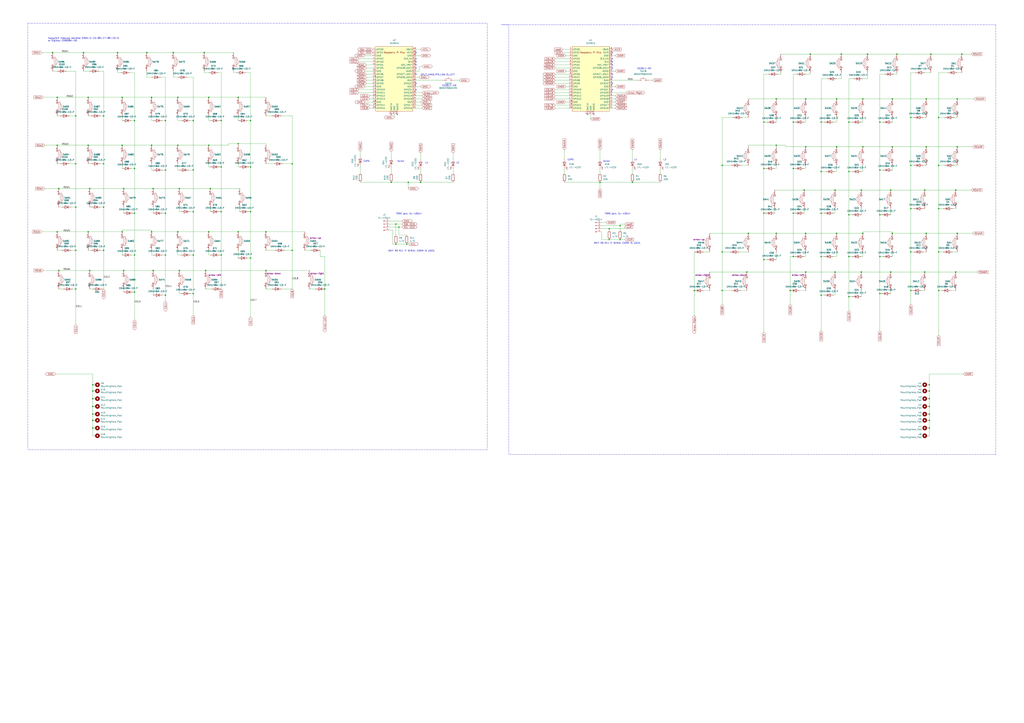
<source format=kicad_sch>
(kicad_sch (version 20211123) (generator eeschema)
  (paper "A1")
  (junction (at 763.27 351.79))
  (junction (at 712.47 44.45))
  (junction (at 697.23 243.84))
  (junction (at 135.89 242.57))
  (junction (at 195.58 80.01))
  (junction (at 125.73 154.94))
  (junction (at 637.54 191.77))
  (junction (at 110.49 209.55))
  (junction (at 637.54 81.28))
  (junction (at 627.38 100.33))
  (junction (at 613.41 223.52))
  (junction (at 722.63 210.82))
  (junction (at 770.89 207.01))
  (junction (at 124.46 80.01))
  (junction (at 732.79 191.77))
  (junction (at 68.58 43.18))
  (junction (at 722.63 176.53))
  (junction (at 760.73 120.65))
  (junction (at 570.23 238.76))
  (junction (at 73.66 222.25))
  (junction (at 748.03 207.01))
  (junction (at 661.67 223.52))
  (junction (at 651.51 210.82))
  (junction (at 674.37 210.82))
  (junction (at 48.26 222.25))
  (junction (at 784.86 223.52))
  (junction (at 770.89 238.76))
  (junction (at 110.49 138.43))
  (junction (at 85.09 170.18))
  (junction (at 158.75 99.06))
  (junction (at 62.23 205.74))
  (junction (at 158.75 241.3))
  (junction (at 181.61 99.06))
  (junction (at 76.2 345.44))
  (junction (at 135.89 175.26))
  (junction (at 593.09 238.76))
  (junction (at 205.74 99.06))
  (junction (at 763.27 345.44))
  (junction (at 722.63 139.7))
  (junction (at 789.94 44.45))
  (junction (at 674.37 140.97))
  (junction (at 760.73 81.28))
  (junction (at 135.89 99.06))
  (junction (at 100.33 119.38))
  (junction (at 72.39 80.01))
  (junction (at 748.03 171.45))
  (junction (at 205.74 137.16))
  (junction (at 101.6 222.25))
  (junction (at 736.6 44.45))
  (junction (at 661.67 120.65))
  (junction (at 142.24 43.18))
  (junction (at 687.07 120.65))
  (junction (at 110.49 175.26))
  (junction (at 593.09 135.89))
  (junction (at 763.27 321.31))
  (junction (at 120.65 43.18))
  (junction (at 345.44 149.86))
  (junction (at 786.13 191.77))
  (junction (at 784.86 156.21))
  (junction (at 171.45 80.01))
  (junction (at 674.37 100.33))
  (junction (at 697.23 140.97))
  (junction (at 627.38 175.26))
  (junction (at 76.2 321.31))
  (junction (at 146.05 80.01))
  (junction (at 519.43 149.86))
  (junction (at 218.44 222.25))
  (junction (at 147.32 154.94))
  (junction (at 85.09 205.74))
  (junction (at 158.75 209.55))
  (junction (at 748.03 135.89))
  (junction (at 62.23 95.25))
  (junction (at 722.63 241.3))
  (junction (at 759.46 223.52))
  (junction (at 110.49 240.03))
  (junction (at 46.99 190.5))
  (junction (at 158.75 173.99))
  (junction (at 147.32 222.25))
  (junction (at 786.13 120.65))
  (junction (at 492.76 149.86))
  (junction (at 62.23 134.62))
  (junction (at 110.49 99.06))
  (junction (at 674.37 175.26))
  (junction (at 708.66 120.65))
  (junction (at 660.4 156.21))
  (junction (at 101.6 154.94))
  (junction (at 240.03 134.62))
  (junction (at 146.05 119.38))
  (junction (at 748.03 96.52))
  (junction (at 76.2 316.23))
  (junction (at 240.03 205.74))
  (junction (at 697.23 210.82))
  (junction (at 325.12 184.15))
  (junction (at 687.07 191.77))
  (junction (at 73.66 154.94))
  (junction (at 763.27 327.66))
  (junction (at 76.2 351.79))
  (junction (at 651.51 175.26))
  (junction (at 627.38 138.43))
  (junction (at 763.27 316.23))
  (junction (at 731.52 223.52))
  (junction (at 722.63 100.33))
  (junction (at 124.46 190.5))
  (junction (at 637.54 119.38))
  (junction (at 732.79 81.28))
  (junction (at 763.27 334.01))
  (junction (at 707.39 223.52))
  (junction (at 181.61 209.55))
  (junction (at 171.45 119.38))
  (junction (at 661.67 81.28))
  (junction (at 158.75 139.7))
  (junction (at 72.39 190.5))
  (junction (at 665.48 44.45))
  (junction (at 732.79 120.65))
  (junction (at 135.89 209.55))
  (junction (at 195.58 118.11))
  (junction (at 770.89 171.45))
  (junction (at 697.23 100.33))
  (junction (at 661.67 191.77))
  (junction (at 690.88 44.45))
  (junction (at 614.68 191.77))
  (junction (at 731.52 156.21))
  (junction (at 124.46 119.38))
  (junction (at 96.52 43.18))
  (junction (at 181.61 137.16))
  (junction (at 685.8 156.21))
  (junction (at 334.01 200.66))
  (junction (at 786.13 81.28))
  (junction (at 266.7 237.49))
  (junction (at 509.27 196.85))
  (junction (at 205.74 173.99))
  (junction (at 674.37 242.57))
  (junction (at 770.89 135.89))
  (junction (at 593.09 207.01))
  (junction (at 697.23 176.53))
  (junction (at 325.12 200.66))
  (junction (at 327.66 186.69))
  (junction (at 100.33 80.01))
  (junction (at 167.64 43.18))
  (junction (at 76.2 334.01))
  (junction (at 43.18 43.18))
  (junction (at 76.2 327.66))
  (junction (at 648.97 238.76))
  (junction (at 627.38 213.36))
  (junction (at 335.28 149.86))
  (junction (at 748.03 238.76))
  (junction (at 205.74 212.09))
  (junction (at 46.99 119.38))
  (junction (at 651.51 100.33))
  (junction (at 500.38 196.85))
  (junction (at 181.61 173.99))
  (junction (at 707.39 156.21))
  (junction (at 500.38 187.96))
  (junction (at 76.2 340.36))
  (junction (at 770.89 96.52))
  (junction (at 321.31 149.86))
  (junction (at 509.27 185.42))
  (junction (at 62.23 170.18))
  (junction (at 759.46 156.21))
  (junction (at 72.39 119.38))
  (junction (at 168.91 222.25))
  (junction (at 85.09 134.62))
  (junction (at 763.27 340.36))
  (junction (at 100.33 190.5))
  (junction (at 687.07 81.28))
  (junction (at 171.45 190.5))
  (junction (at 146.05 190.5))
  (junction (at 125.73 222.25))
  (junction (at 708.66 191.77))
  (junction (at 685.8 223.52))
  (junction (at 218.44 190.5))
  (junction (at 172.72 154.94))
  (junction (at 651.51 138.43))
  (junction (at 85.09 95.25))
  (junction (at 760.73 191.77))
  (junction (at 46.99 80.01))
  (junction (at 195.58 190.5))
  (junction (at 764.54 44.45))
  (junction (at 135.89 139.7))
  (junction (at 48.26 154.94))
  (junction (at 62.23 237.49))
  (junction (at 708.66 81.28))
  (no_connect (at 341.63 60.96))
  (no_connect (at 341.63 48.26))
  (no_connect (at 321.31 93.98))
  (no_connect (at 502.92 48.26))
  (no_connect (at 502.92 53.34))
  (no_connect (at 487.68 93.98))
  (no_connect (at 341.63 73.66))
  (no_connect (at 341.63 55.88))
  (no_connect (at 502.92 43.18))
  (no_connect (at 341.63 43.18))
  (no_connect (at 341.63 68.58))
  (no_connect (at 502.92 60.96))
  (no_connect (at 502.92 68.58))
  (no_connect (at 502.92 50.8))
  (no_connect (at 326.39 93.98))
  (no_connect (at 341.63 50.8))
  (no_connect (at 482.6 93.98))
  (no_connect (at 502.92 73.66))
  (no_connect (at 341.63 53.34))
  (no_connect (at 502.92 63.5))
  (no_connect (at 502.92 55.88))
  (wire (pts (xy 678.18 140.97) (xy 674.37 140.97)))
  (wire (pts (xy 142.24 43.18) (xy 120.65 43.18)))
  (wire (pts (xy 100.33 205.74) (xy 100.33 209.55)))
  (wire (pts (xy 687.07 100.33) (xy 684.53 100.33)))
  (wire (pts (xy 652.78 175.26) (xy 651.51 175.26)))
  (polyline (pts (xy 817.88 20.32) (xy 817.88 373.38)))
  (wire (pts (xy 708.66 207.01) (xy 708.66 210.82)))
  (wire (pts (xy 708.66 120.65) (xy 687.07 120.65)))
  (wire (pts (xy 50.8 170.18) (xy 48.26 170.18)))
  (wire (pts (xy 341.63 83.82) (xy 345.44 83.82)))
  (wire (pts (xy 786.13 81.28) (xy 800.1 81.28)))
  (wire (pts (xy 661.67 210.82) (xy 660.4 210.82)))
  (wire (pts (xy 760.73 81.28) (xy 786.13 81.28)))
  (wire (pts (xy 135.89 242.57) (xy 133.35 242.57)))
  (wire (pts (xy 133.35 99.06) (xy 135.89 99.06)))
  (wire (pts (xy 674.37 242.57) (xy 674.37 210.82)))
  (wire (pts (xy 168.91 222.25) (xy 218.44 222.25)))
  (wire (pts (xy 158.75 209.55) (xy 158.75 173.99)))
  (wire (pts (xy 593.09 238.76) (xy 593.09 250.19)))
  (polyline (pts (xy 400.05 19.05) (xy 400.05 369.57)))
  (wire (pts (xy 492.76 149.86) (xy 492.76 154.94)))
  (wire (pts (xy 463.55 123.19) (xy 463.55 130.81)))
  (wire (pts (xy 750.57 207.01) (xy 748.03 207.01)))
  (wire (pts (xy 697.23 243.84) (xy 699.77 243.84)))
  (wire (pts (xy 195.58 205.74) (xy 195.58 212.09)))
  (wire (pts (xy 648.97 238.76) (xy 648.97 250.19)))
  (wire (pts (xy 156.21 209.55) (xy 158.75 209.55)))
  (wire (pts (xy 648.97 210.82) (xy 651.51 210.82)))
  (wire (pts (xy 463.55 138.43) (xy 463.55 142.24)))
  (wire (pts (xy 455.93 48.26) (xy 467.36 48.26)))
  (wire (pts (xy 110.49 209.55) (xy 110.49 175.26)))
  (wire (pts (xy 50.8 205.74) (xy 46.99 205.74)))
  (wire (pts (xy 85.09 170.18) (xy 85.09 205.74)))
  (wire (pts (xy 609.6 96.52) (xy 614.68 96.52)))
  (wire (pts (xy 223.52 95.25) (xy 218.44 95.25)))
  (wire (pts (xy 455.93 60.96) (xy 467.36 60.96)))
  (wire (pts (xy 641.35 44.45) (xy 665.48 44.45)))
  (wire (pts (xy 345.44 149.86) (xy 372.11 149.86)))
  (wire (pts (xy 120.65 63.5) (xy 120.65 58.42)))
  (wire (pts (xy 110.49 240.03) (xy 110.49 209.55)))
  (wire (pts (xy 76.2 316.23) (xy 76.2 307.34)))
  (wire (pts (xy 110.49 175.26) (xy 110.49 138.43)))
  (wire (pts (xy 158.75 99.06) (xy 158.75 63.5)))
  (wire (pts (xy 759.46 223.52) (xy 731.52 223.52)))
  (wire (pts (xy 748.03 59.69) (xy 748.03 96.52)))
  (wire (pts (xy 345.44 142.24) (xy 345.44 138.43)))
  (wire (pts (xy 784.86 223.52) (xy 802.64 223.52)))
  (wire (pts (xy 770.89 135.89) (xy 770.89 96.52)))
  (wire (pts (xy 637.54 81.28) (xy 661.67 81.28)))
  (wire (pts (xy 732.79 96.52) (xy 732.79 100.33)))
  (wire (pts (xy 146.05 99.06) (xy 148.59 99.06)))
  (wire (pts (xy 74.93 170.18) (xy 73.66 170.18)))
  (wire (pts (xy 748.03 207.01) (xy 748.03 238.76)))
  (wire (pts (xy 218.44 222.25) (xy 254 222.25)))
  (wire (pts (xy 463.55 149.86) (xy 492.76 149.86)))
  (wire (pts (xy 494.03 187.96) (xy 500.38 187.96)))
  (wire (pts (xy 577.85 238.76) (xy 582.93 238.76)))
  (wire (pts (xy 494.03 185.42) (xy 509.27 185.42)))
  (wire (pts (xy 661.67 191.77) (xy 637.54 191.77)))
  (polyline (pts (xy 417.83 373.38) (xy 417.83 20.32)))
  (wire (pts (xy 133.35 209.55) (xy 135.89 209.55)))
  (wire (pts (xy 240.03 134.62) (xy 240.03 205.74)))
  (wire (pts (xy 773.43 238.76) (xy 770.89 238.76)))
  (wire (pts (xy 125.73 99.06) (xy 124.46 99.06)))
  (wire (pts (xy 125.73 170.18) (xy 125.73 175.26)))
  (wire (pts (xy 322.58 200.66) (xy 325.12 200.66)))
  (wire (pts (xy 502.92 71.12) (xy 505.46 71.12)))
  (wire (pts (xy 83.82 237.49) (xy 85.09 237.49)))
  (wire (pts (xy 758.19 171.45) (xy 759.46 171.45)))
  (wire (pts (xy 628.65 138.43) (xy 627.38 138.43)))
  (wire (pts (xy 760.73 207.01) (xy 758.19 207.01)))
  (wire (pts (xy 72.39 190.5) (xy 100.33 190.5)))
  (wire (pts (xy 85.09 205.74) (xy 85.09 237.49)))
  (wire (pts (xy 171.45 59.69) (xy 167.64 59.69)))
  (wire (pts (xy 59.69 237.49) (xy 62.23 237.49)))
  (wire (pts (xy 708.66 190.5) (xy 708.66 191.77)))
  (wire (pts (xy 665.48 60.96) (xy 665.48 59.69)))
  (wire (pts (xy 58.42 170.18) (xy 62.23 170.18)))
  (wire (pts (xy 76.2 345.44) (xy 76.2 340.36)))
  (wire (pts (xy 76.2 334.01) (xy 76.2 327.66)))
  (wire (pts (xy 191.77 43.18) (xy 167.64 43.18)))
  (wire (pts (xy 687.07 140.97) (xy 687.07 135.89)))
  (wire (pts (xy 54.61 58.42) (xy 62.23 58.42)))
  (wire (pts (xy 146.05 119.38) (xy 171.45 119.38)))
  (wire (pts (xy 194.31 59.69) (xy 191.77 59.69)))
  (wire (pts (xy 712.47 64.77) (xy 712.47 59.69)))
  (wire (pts (xy 732.79 190.5) (xy 708.66 190.5)))
  (wire (pts (xy 784.86 238.76) (xy 781.05 238.76)))
  (wire (pts (xy 455.93 68.58) (xy 467.36 68.58)))
  (wire (pts (xy 124.46 63.5) (xy 120.65 63.5)))
  (wire (pts (xy 726.44 60.96) (xy 722.63 60.96)))
  (wire (pts (xy 782.32 171.45) (xy 784.86 171.45)))
  (wire (pts (xy 100.33 95.25) (xy 100.33 99.06)))
  (wire (pts (xy 652.78 210.82) (xy 651.51 210.82)))
  (wire (pts (xy 133.35 139.7) (xy 135.89 139.7)))
  (wire (pts (xy 125.73 242.57) (xy 125.73 237.49)))
  (wire (pts (xy 306.07 86.36) (xy 303.53 86.36)))
  (wire (pts (xy 660.4 156.21) (xy 685.8 156.21)))
  (wire (pts (xy 146.05 190.5) (xy 171.45 190.5)))
  (wire (pts (xy 467.36 71.12) (xy 464.82 71.12)))
  (wire (pts (xy 637.54 191.77) (xy 614.68 191.77)))
  (wire (pts (xy 203.2 212.09) (xy 205.74 212.09)))
  (wire (pts (xy 467.36 83.82) (xy 464.82 83.82)))
  (wire (pts (xy 467.36 88.9) (xy 455.93 88.9)))
  (wire (pts (xy 502.92 76.2) (xy 514.35 76.2)))
  (wire (pts (xy 783.59 96.52) (xy 786.13 96.52)))
  (wire (pts (xy 101.6 170.18) (xy 101.6 175.26)))
  (wire (pts (xy 295.91 149.86) (xy 321.31 149.86)))
  (wire (pts (xy 631.19 60.96) (xy 627.38 60.96)))
  (wire (pts (xy 147.32 241.3) (xy 148.59 241.3)))
  (wire (pts (xy 697.23 243.84) (xy 697.23 255.27)))
  (wire (pts (xy 96.52 59.69) (xy 99.06 59.69)))
  (wire (pts (xy 697.23 64.77) (xy 697.23 100.33)))
  (wire (pts (xy 109.22 175.26) (xy 110.49 175.26)))
  (wire (pts (xy 502.92 45.72) (xy 505.46 45.72)))
  (wire (pts (xy 148.59 209.55) (xy 146.05 209.55)))
  (wire (pts (xy 756.92 238.76) (xy 759.46 238.76)))
  (wire (pts (xy 628.65 175.26) (xy 627.38 175.26)))
  (wire (pts (xy 651.51 175.26) (xy 651.51 210.82)))
  (wire (pts (xy 107.95 99.06) (xy 110.49 99.06)))
  (wire (pts (xy 300.99 63.5) (xy 306.07 63.5)))
  (wire (pts (xy 49.53 95.25) (xy 46.99 95.25)))
  (wire (pts (xy 502.92 78.74) (xy 505.46 78.74)))
  (wire (pts (xy 502.92 86.36) (xy 505.46 86.36)))
  (wire (pts (xy 34.29 190.5) (xy 46.99 190.5)))
  (wire (pts (xy 124.46 119.38) (xy 146.05 119.38)))
  (wire (pts (xy 334.01 200.66) (xy 335.28 200.66)))
  (wire (pts (xy 124.46 99.06) (xy 124.46 95.25)))
  (wire (pts (xy 101.6 154.94) (xy 73.66 154.94)))
  (wire (pts (xy 133.35 175.26) (xy 135.89 175.26)))
  (wire (pts (xy 100.33 189.23) (xy 124.46 189.23)))
  (wire (pts (xy 96.52 58.42) (xy 96.52 59.69)))
  (wire (pts (xy 203.2 99.06) (xy 205.74 99.06)))
  (wire (pts (xy 690.88 59.69) (xy 690.88 64.77)))
  (wire (pts (xy 652.78 138.43) (xy 651.51 138.43)))
  (wire (pts (xy 100.33 80.01) (xy 72.39 80.01)))
  (wire (pts (xy 707.39 100.33) (xy 708.66 100.33)))
  (wire (pts (xy 172.72 170.18) (xy 172.72 173.99)))
  (wire (pts (xy 344.17 58.42) (xy 341.63 58.42)))
  (wire (pts (xy 736.6 60.96) (xy 734.06 60.96)))
  (wire (pts (xy 146.05 139.7) (xy 146.05 134.62)))
  (wire (pts (xy 334.01 193.04) (xy 327.66 193.04)))
  (wire (pts (xy 232.41 134.62) (xy 240.03 134.62)))
  (wire (pts (xy 731.52 156.21) (xy 759.46 156.21)))
  (wire (pts (xy 142.24 58.42) (xy 142.24 63.5)))
  (wire (pts (xy 763.27 316.23) (xy 763.27 307.34)))
  (wire (pts (xy 299.72 58.42) (xy 306.07 58.42)))
  (wire (pts (xy 100.33 190.5) (xy 100.33 189.23)))
  (wire (pts (xy 736.6 59.69) (xy 736.6 60.96)))
  (wire (pts (xy 135.89 99.06) (xy 135.89 139.7)))
  (wire (pts (xy 708.66 191.77) (xy 687.07 191.77)))
  (wire (pts (xy 509.27 184.15) (xy 513.08 184.15)))
  (wire (pts (xy 674.37 175.26) (xy 674.37 140.97)))
  (wire (pts (xy 722.63 176.53) (xy 722.63 139.7)))
  (wire (pts (xy 500.38 196.85) (xy 509.27 196.85)))
  (wire (pts (xy 181.61 99.06) (xy 181.61 137.16)))
  (wire (pts (xy 492.76 138.43) (xy 492.76 142.24)))
  (wire (pts (xy 240.03 205.74) (xy 240.03 237.49)))
  (wire (pts (xy 770.89 238.76) (xy 770.89 207.01)))
  (polyline (pts (xy 400.05 369.57) (xy 22.86 369.57)))
  (wire (pts (xy 513.08 186.69) (xy 513.08 187.96)))
  (wire (pts (xy 770.89 238.76) (xy 770.89 275.59)))
  (wire (pts (xy 179.07 59.69) (xy 181.61 59.69)))
  (wire (pts (xy 690.88 64.77) (xy 687.07 64.77)))
  (wire (pts (xy 74.93 95.25) (xy 72.39 95.25)))
  (wire (pts (xy 455.93 78.74) (xy 467.36 78.74)))
  (wire (pts (xy 300.99 68.58) (xy 306.07 68.58)))
  (wire (pts (xy 763.27 334.01) (xy 763.27 327.66)))
  (wire (pts (xy 760.73 191.77) (xy 732.79 191.77)))
  (polyline (pts (xy 817.88 373.38) (xy 417.83 373.38)))
  (wire (pts (xy 637.54 119.38) (xy 637.54 120.65)))
  (wire (pts (xy 76.2 351.79) (xy 76.2 345.44)))
  (wire (pts (xy 674.37 242.57) (xy 674.37 271.78)))
  (wire (pts (xy 240.03 95.25) (xy 240.03 134.62)))
  (wire (pts (xy 699.77 140.97) (xy 697.23 140.97)))
  (wire (pts (xy 462.28 43.18) (xy 467.36 43.18)))
  (wire (pts (xy 494.03 190.5) (xy 494.03 196.85)))
  (wire (pts (xy 732.79 81.28) (xy 760.73 81.28)))
  (wire (pts (xy 707.39 223.52) (xy 685.8 223.52)))
  (wire (pts (xy 629.92 213.36) (xy 627.38 213.36)))
  (wire (pts (xy 708.66 81.28) (xy 732.79 81.28)))
  (wire (pts (xy 135.89 139.7) (xy 135.89 175.26)))
  (wire (pts (xy 226.06 205.74) (xy 218.44 205.74)))
  (wire (pts (xy 502.92 66.04) (xy 523.24 66.04)))
  (wire (pts (xy 109.22 240.03) (xy 110.49 240.03)))
  (wire (pts (xy 629.92 100.33) (xy 627.38 100.33)))
  (wire (pts (xy 708.66 140.97) (xy 707.39 140.97)))
  (wire (pts (xy 57.15 95.25) (xy 62.23 95.25)))
  (wire (pts (xy 542.29 138.43) (xy 542.29 142.24)))
  (wire (pts (xy 763.27 327.66) (xy 763.27 321.31)))
  (wire (pts (xy 723.9 176.53) (xy 722.63 176.53)))
  (wire (pts (xy 306.07 81.28) (xy 303.53 81.28)))
  (wire (pts (xy 218.44 190.5) (xy 250.19 190.5)))
  (wire (pts (xy 660.4 171.45) (xy 660.4 175.26)))
  (wire (pts (xy 195.58 118.11) (xy 218.44 118.11)))
  (wire (pts (xy 722.63 100.33) (xy 722.63 60.96)))
  (wire (pts (xy 156.21 99.06) (xy 158.75 99.06)))
  (wire (pts (xy 701.04 64.77) (xy 697.23 64.77)))
  (wire (pts (xy 46.99 58.42) (xy 43.18 58.42)))
  (wire (pts (xy 335.28 149.86) (xy 335.28 154.94)))
  (wire (pts (xy 167.64 59.69) (xy 167.64 58.42)))
  (wire (pts (xy 158.75 173.99) (xy 158.75 139.7)))
  (wire (pts (xy 171.45 99.06) (xy 171.45 95.25)))
  (wire (pts (xy 153.67 63.5) (xy 158.75 63.5)))
  (wire (pts (xy 500.38 187.96) (xy 500.38 189.23)))
  (wire (pts (xy 636.27 156.21) (xy 660.4 156.21)))
  (wire (pts (xy 775.97 135.89) (xy 770.89 135.89)))
  (wire (pts (xy 321.31 149.86) (xy 335.28 149.86)))
  (wire (pts (xy 608.33 238.76) (xy 613.41 238.76)))
  (wire (pts (xy 782.32 207.01) (xy 786.13 207.01)))
  (wire (pts (xy 294.64 73.66) (xy 306.07 73.66)))
  (wire (pts (xy 107.95 138.43) (xy 110.49 138.43)))
  (wire (pts (xy 100.33 134.62) (xy 100.33 138.43)))
  (wire (pts (xy 147.32 154.94) (xy 125.73 154.94)))
  (wire (pts (xy 665.48 44.45) (xy 690.88 44.45)))
  (wire (pts (xy 651.51 60.96) (xy 651.51 100.33)))
  (wire (pts (xy 509.27 189.23) (xy 509.27 185.42)))
  (wire (pts (xy 172.72 99.06) (xy 171.45 99.06)))
  (wire (pts (xy 306.07 88.9) (xy 303.53 88.9)))
  (wire (pts (xy 262.89 210.82) (xy 262.89 205.74)))
  (wire (pts (xy 43.18 43.18) (xy 68.58 43.18)))
  (wire (pts (xy 107.95 209.55) (xy 110.49 209.55)))
  (wire (pts (xy 341.63 40.64) (xy 345.44 40.64)))
  (wire (pts (xy 320.04 186.69) (xy 327.66 186.69)))
  (wire (pts (xy 135.89 63.5) (xy 135.89 99.06)))
  (wire (pts (xy 196.85 170.18) (xy 196.85 173.99)))
  (wire (pts (xy 654.05 60.96) (xy 651.51 60.96)))
  (wire (pts (xy 46.99 119.38) (xy 36.83 119.38)))
  (wire (pts (xy 758.19 96.52) (xy 760.73 96.52)))
  (wire (pts (xy 341.63 76.2) (xy 346.71 76.2)))
  (wire (pts (xy 467.36 58.42) (xy 464.82 58.42)))
  (polyline (pts (xy 22.86 19.05) (xy 22.86 369.57)))
  (wire (pts (xy 731.52 171.45) (xy 731.52 176.53)))
  (wire (pts (xy 106.68 59.69) (xy 110.49 59.69)))
  (wire (pts (xy 627.38 100.33) (xy 627.38 60.96)))
  (wire (pts (xy 661.67 60.96) (xy 665.48 60.96)))
  (wire (pts (xy 82.55 95.25) (xy 85.09 95.25)))
  (wire (pts (xy 614.68 119.38) (xy 614.68 120.65)))
  (wire (pts (xy 124.46 209.55) (xy 125.73 209.55)))
  (wire (pts (xy 195.58 118.11) (xy 195.58 119.38)))
  (wire (pts (xy 346.71 81.28) (xy 341.63 81.28)))
  (wire (pts (xy 300.99 66.04) (xy 306.07 66.04)))
  (wire (pts (xy 146.05 95.25) (xy 146.05 99.06)))
  (wire (pts (xy 656.59 238.76) (xy 661.67 238.76)))
  (wire (pts (xy 74.93 134.62) (xy 72.39 134.62)))
  (wire (pts (xy 158.75 259.08) (xy 158.75 241.3)))
  (wire (pts (xy 171.45 119.38) (xy 187.96 119.38)))
  (wire (pts (xy 607.06 207.01) (xy 614.68 207.01)))
  (wire (pts (xy 685.8 242.57) (xy 684.53 242.57)))
  (wire (pts (xy 195.58 95.25) (xy 195.58 99.06)))
  (wire (pts (xy 299.72 45.72) (xy 306.07 45.72)))
  (wire (pts (xy 76.2 321.31) (xy 76.2 316.23)))
  (wire (pts (xy 608.33 135.89) (xy 614.68 135.89)))
  (wire (pts (xy 46.99 119.38) (xy 72.39 119.38)))
  (wire (pts (xy 722.63 139.7) (xy 722.63 100.33)))
  (wire (pts (xy 344.17 54.61) (xy 344.17 58.42)))
  (wire (pts (xy 763.27 321.31) (xy 763.27 316.23)))
  (wire (pts (xy 266.7 210.82) (xy 266.7 237.49)))
  (wire (pts (xy 775.97 96.52) (xy 770.89 96.52)))
  (wire (pts (xy 327.66 186.69) (xy 330.2 186.69)))
  (wire (pts (xy 455.93 73.66) (xy 467.36 73.66)))
  (wire (pts (xy 320.04 184.15) (xy 325.12 184.15)))
  (wire (pts (xy 223.52 237.49) (xy 218.44 237.49)))
  (wire (pts (xy 187.96 118.11) (xy 195.58 118.11)))
  (wire (pts (xy 627.38 213.36) (xy 627.38 273.05)))
  (wire (pts (xy 135.89 247.65) (xy 135.89 242.57)))
  (wire (pts (xy 750.57 135.89) (xy 748.03 135.89)))
  (wire (pts (xy 205.74 137.16) (xy 205.74 99.06)))
  (wire (pts (xy 770.89 96.52) (xy 770.89 59.69)))
  (wire (pts (xy 81.28 58.42) (xy 85.09 58.42)))
  (wire (pts (xy 100.33 119.38) (xy 124.46 119.38)))
  (wire (pts (xy 674.37 100.33) (xy 674.37 64.77)))
  (wire (pts (xy 786.13 59.69) (xy 789.94 59.69)))
  (wire (pts (xy 731.52 238.76) (xy 731.52 241.3)))
  (wire (pts (xy 181.61 59.69) (xy 181.61 99.06)))
  (wire (pts (xy 205.74 173.99) (xy 205.74 137.16)))
  (wire (pts (xy 791.21 307.34) (xy 763.27 307.34)))
  (wire (pts (xy 485.14 93.98) (xy 485.14 97.79)))
  (wire (pts (xy 687.07 120.65) (xy 661.67 120.65)))
  (wire (pts (xy 346.71 86.36) (xy 341.63 86.36)))
  (wire (pts (xy 180.34 173.99) (xy 181.61 173.99)))
  (wire (pts (xy 294.64 50.8) (xy 306.07 50.8)))
  (wire (pts (xy 295.91 128.27) (xy 295.91 124.46)))
  (wire (pts (xy 502.92 81.28) (xy 505.46 81.28)))
  (wire (pts (xy 48.26 222.25) (xy 73.66 222.25)))
  (wire (pts (xy 345.44 45.72) (xy 341.63 45.72)))
  (wire (pts (xy 341.63 78.74) (xy 346.71 78.74)))
  (wire (pts (xy 763.27 358.14) (xy 763.27 351.79)))
  (wire (pts (xy 570.23 207.01) (xy 570.23 238.76)))
  (wire (pts (xy 732.79 191.77) (xy 732.79 190.5)))
  (wire (pts (xy 637.54 96.52) (xy 637.54 100.33)))
  (wire (pts (xy 759.46 59.69) (xy 764.54 59.69)))
  (wire (pts (xy 172.72 154.94) (xy 147.32 154.94)))
  (wire (pts (xy 171.45 190.5) (xy 195.58 190.5)))
  (wire (pts (xy 171.45 205.74) (xy 171.45 209.55)))
  (wire (pts (xy 685.8 175.26) (xy 684.53 175.26)))
  (wire (pts (xy 637.54 207.01) (xy 637.54 213.36)))
  (wire (pts (xy 708.66 64.77) (xy 712.47 64.77)))
  (wire (pts (xy 467.36 76.2) (xy 455.93 76.2)))
  (wire (pts (xy 195.58 80.01) (xy 171.45 80.01)))
  (wire (pts (xy 135.89 209.55) (xy 135.89 242.57)))
  (wire (pts (xy 231.14 237.49) (xy 240.03 237.49)))
  (wire (pts (xy 748.03 171.45) (xy 748.03 207.01)))
  (wire (pts (xy 467.36 45.72) (xy 464.82 45.72)))
  (wire (pts (xy 685.8 238.76) (xy 685.8 242.57)))
  (wire (pts (xy 204.47 137.16) (xy 205.74 137.16)))
  (wire (pts (xy 750.57 96.52) (xy 748.03 96.52)))
  (wire (pts (xy 124.46 205.74) (xy 124.46 209.55)))
  (wire (pts (xy 110.49 262.89) (xy 110.49 240.03)))
  (wire (pts (xy 462.28 40.64) (xy 467.36 40.64)))
  (wire (pts (xy 320.04 189.23) (xy 322.58 189.23)))
  (wire (pts (xy 325.12 184.15) (xy 325.12 193.04)))
  (wire (pts (xy 542.29 123.19) (xy 542.29 130.81)))
  (wire (pts (xy 707.39 156.21) (xy 731.52 156.21)))
  (wire (pts (xy 57.15 134.62) (xy 62.23 134.62)))
  (wire (pts (xy 760.73 120.65) (xy 732.79 120.65)))
  (wire (pts (xy 687.07 96.52) (xy 687.07 100.33)))
  (wire (pts (xy 341.63 63.5) (xy 344.17 63.5)))
  (wire (pts (xy 651.51 100.33) (xy 651.51 138.43)))
  (wire (pts (xy 467.36 53.34) (xy 455.93 53.34)))
  (wire (pts (xy 294.64 76.2) (xy 306.07 76.2)))
  (wire (pts (xy 146.05 80.01) (xy 124.46 80.01)))
  (wire (pts (xy 205.74 260.35) (xy 205.74 212.09)))
  (wire (pts (xy 124.46 80.01) (xy 100.33 80.01)))
  (wire (pts (xy 58.42 205.74) (xy 62.23 205.74)))
  (wire (pts (xy 73.66 58.42) (xy 68.58 58.42)))
  (wire (pts (xy 708.66 135.89) (xy 708.66 140.97)))
  (wire (pts (xy 377.19 66.04) (xy 373.38 66.04)))
  (wire (pts (xy 205.74 212.09) (xy 205.74 173.99)))
  (wire (pts (xy 62.23 237.49) (xy 62.23 205.74)))
  (wire (pts (xy 195.58 190.5) (xy 218.44 190.5)))
  (wire (pts (xy 262.89 210.82) (xy 266.7 210.82)))
  (wire (pts (xy 125.73 222.25) (xy 147.32 222.25)))
  (wire (pts (xy 147.32 170.18) (xy 147.32 173.99)))
  (wire (pts (xy 519.43 123.19) (xy 519.43 130.81)))
  (wire (pts (xy 72.39 205.74) (xy 74.93 205.74)))
  (wire (pts (xy 674.37 140.97) (xy 674.37 100.33)))
  (wire (pts (xy 345.44 149.86) (xy 335.28 149.86)))
  (wire (pts (xy 82.55 134.62) (xy 85.09 134.62)))
  (wire (pts (xy 62.23 170.18) (xy 62.23 134.62)))
  (wire (pts (xy 306.07 48.26) (xy 294.64 48.26)))
  (wire (pts (xy 168.91 222.25) (xy 147.32 222.25)))
  (wire (pts (xy 146.05 209.55) (xy 146.05 205.74)))
  (wire (pts (xy 676.91 210.82) (xy 674.37 210.82)))
  (wire (pts (xy 323.85 93.98) (xy 323.85 96.52)))
  (wire (pts (xy 147.32 173.99) (xy 148.59 173.99)))
  (wire (pts (xy 101.6 237.49) (xy 101.6 240.03)))
  (wire (pts (xy 48.26 154.94) (xy 36.83 154.94)))
  (wire (pts (xy 171.45 137.16) (xy 171.45 134.62)))
  (wire (pts (xy 48.26 222.25) (xy 35.56 222.25)))
  (wire (pts (xy 758.19 135.89) (xy 760.73 135.89)))
  (wire (pts (xy 325.12 200.66) (xy 334.01 200.66)))
  (wire (pts (xy 172.72 137.16) (xy 171.45 137.16)))
  (wire (pts (xy 299.72 83.82) (xy 306.07 83.82)))
  (wire (pts (xy 661.67 138.43) (xy 661.67 135.89)))
  (wire (pts (xy 684.53 210.82) (xy 687.07 210.82)))
  (wire (pts (xy 648.97 210.82) (xy 648.97 238.76)))
  (wire (pts (xy 295.91 142.24) (xy 295.91 135.89)))
  (wire (pts (xy 196.85 137.16) (xy 195.58 137.16)))
  (wire (pts (xy 156.21 173.99) (xy 158.75 173.99)))
  (wire (pts (xy 770.89 207.01) (xy 770.89 171.45)))
  (wire (pts (xy 712.47 44.45) (xy 736.6 44.45)))
  (wire (pts (xy 173.99 237.49) (xy 168.91 237.49)))
  (wire (pts (xy 763.27 334.01) (xy 763.27 340.36)))
  (wire (pts (xy 167.64 43.18) (xy 142.24 43.18)))
  (wire (pts (xy 509.27 185.42) (xy 509.27 184.15)))
  (wire (pts (xy 638.81 60.96) (xy 641.35 60.96)))
  (wire (pts (xy 764.54 44.45) (xy 736.6 44.45)))
  (wire (pts (xy 147.32 139.7) (xy 146.05 139.7)))
  (wire (pts (xy 687.07 81.28) (xy 708.66 81.28)))
  (wire (pts (xy 707.39 171.45) (xy 707.39 176.53)))
  (wire (pts (xy 467.36 81.28) (xy 455.93 81.28)))
  (wire (pts (xy 110.49 99.06) (xy 110.49 59.69)))
  (wire (pts (xy 509.27 196.85) (xy 513.08 196.85)))
  (wire (pts (xy 85.09 134.62) (xy 85.09 170.18)))
  (wire (pts (xy 500.38 187.96) (xy 513.08 187.96)))
  (wire (pts (xy 661.67 81.28) (xy 687.07 81.28)))
  (wire (pts (xy 124.46 134.62) (xy 124.46 139.7)))
  (wire (pts (xy 76.2 358.14) (xy 76.2 351.79)))
  (wire (pts (xy 255.27 205.74) (xy 250.19 205.74)))
  (wire (pts (xy 759.46 156.21) (xy 784.86 156.21)))
  (wire (pts (xy 300.99 60.96) (xy 306.07 60.96)))
  (wire (pts (xy 725.17 139.7) (xy 722.63 139.7)))
  (wire (pts (xy 593.09 135.89) (xy 593.09 207.01)))
  (wire (pts (xy 171.45 209.55) (xy 172.72 209.55)))
  (wire (pts (xy 76.2 334.01) (xy 76.2 340.36)))
  (wire (pts (xy 62.23 95.25) (xy 62.23 58.42)))
  (wire (pts (xy 321.31 137.16) (xy 321.31 142.24)))
  (wire (pts (xy 599.44 207.01) (xy 593.09 207.01)))
  (wire (pts (xy 467.36 66.04) (xy 455.93 66.04)))
  (wire (pts (xy 341.63 66.04) (xy 363.22 66.04)))
  (wire (pts (xy 697.23 100.33) (xy 697.23 140.97)))
  (wire (pts (xy 699.77 176.53) (xy 697.23 176.53)))
  (wire (pts (xy 676.91 100.33) (xy 674.37 100.33)))
  (wire (pts (xy 73.66 154.94) (xy 48.26 154.94)))
  (wire (pts (xy 637.54 138.43) (xy 637.54 135.89)))
  (wire (pts (xy 570.23 238.76) (xy 570.23 259.08)))
  (wire (pts (xy 147.32 237.49) (xy 147.32 241.3)))
  (wire (pts (xy 125.73 154.94) (xy 101.6 154.94)))
  (wire (pts (xy 49.53 134.62) (xy 46.99 134.62)))
  (wire (pts (xy 519.43 138.43) (xy 519.43 142.24)))
  (wire (pts (xy 372.11 130.81) (xy 372.11 125.73)))
  (wire (pts (xy 322.58 189.23) (xy 322.58 200.66)))
  (wire (pts (xy 82.55 205.74) (xy 85.09 205.74)))
  (wire (pts (xy 732.79 120.65) (xy 708.66 120.65)))
  (wire (pts (xy 45.72 307.34) (xy 76.2 307.34)))
  (wire (pts (xy 774.7 207.01) (xy 770.89 207.01)))
  (wire (pts (xy 201.93 59.69) (xy 205.74 59.69)))
  (wire (pts (xy 685.8 156.21) (xy 707.39 156.21)))
  (wire (pts (xy 306.07 55.88) (xy 300.99 55.88)))
  (wire (pts (xy 180.34 137.16) (xy 181.61 137.16)))
  (wire (pts (xy 306.07 78.74) (xy 303.53 78.74)))
  (wire (pts (xy 679.45 64.77) (xy 674.37 64.77)))
  (wire (pts (xy 699.77 100.33) (xy 697.23 100.33)))
  (wire (pts (xy 749.3 238.76) (xy 748.03 238.76)))
  (wire (pts (xy 180.34 209.55) (xy 181.61 209.55)))
  (wire (pts (xy 645.16 119.38) (xy 637.54 119.38)))
  (wire (pts (xy 748.03 135.89) (xy 748.03 171.45)))
  (wire (pts (xy 492.76 149.86) (xy 519.43 149.86)))
  (wire (pts (xy 494.03 196.85) (xy 500.38 196.85)))
  (wire (pts (xy 593.09 238.76) (xy 593.09 207.01)))
  (wire (pts (xy 181.61 209.55) (xy 181.61 237.49)))
  (wire (pts (xy 732.79 135.89) (xy 732.79 139.7)))
  (wire (pts (xy 180.34 99.06) (xy 181.61 99.06)))
  (wire (pts (xy 685.8 140.97) (xy 687.07 140.97)))
  (wire (pts (xy 158.75 241.3) (xy 158.75 209.55)))
  (wire (pts (xy 636.27 138.43) (xy 637.54 138.43)))
  (wire (pts (xy 156.21 241.3) (xy 158.75 241.3)))
  (wire (pts (xy 72.39 80.01) (xy 46.99 80.01)))
  (wire (pts (xy 627.38 138.43) (xy 627.38 100.33)))
  (wire (pts (xy 72.39 119.38) (xy 100.33 119.38)))
  (wire (pts (xy 325.12 184.15) (xy 330.2 184.15)))
  (wire (pts (xy 266.7 237.49) (xy 266.7 259.08)))
  (wire (pts (xy 85.09 58.42) (xy 85.09 95.25)))
  (wire (pts (xy 171.45 80.01) (xy 146.05 80.01)))
  (wire (pts (xy 346.71 54.61) (xy 344.17 54.61)))
  (wire (pts (xy 76.2 237.49) (xy 73.66 237.49)))
  (wire (pts (xy 124.46 139.7) (xy 125.73 139.7)))
  (wire (pts (xy 85.09 95.25) (xy 85.09 134.62)))
  (wire (pts (xy 467.36 63.5) (xy 455.93 63.5)))
  (wire (pts (xy 661.67 120.65) (xy 645.16 120.65)))
  (wire (pts (xy 708.66 100.33) (xy 708.66 96.52)))
  (wire (pts (xy 320.04 181.61) (xy 330.2 181.61)))
  (wire (pts (xy 784.86 156.21) (xy 797.56 156.21)))
  (wire (pts (xy 784.86 223.52) (xy 759.46 223.52)))
  (wire (pts (xy 748.03 238.76) (xy 748.03 250.19)))
  (wire (pts (xy 786.13 120.65) (xy 760.73 120.65)))
  (wire (pts (xy 674.37 210.82) (xy 674.37 175.26)))
  (wire (pts (xy 577.85 207.01) (xy 582.93 207.01)))
  (wire (pts (xy 259.08 237.49) (xy 254 237.49)))
  (wire (pts (xy 697.23 140.97) (xy 697.23 176.53)))
  (wire (pts (xy 205.74 99.06) (xy 205.74 59.69)))
  (wire (pts (xy 786.13 120.65) (xy 798.83 120.65)))
  (wire (pts (xy 101.6 222.25) (xy 125.73 222.25)))
  (wire (pts (xy 299.72 71.12) (xy 306.07 71.12)))
  (wire (pts (xy 142.24 63.5) (xy 146.05 63.5)))
  (wire (pts (xy 731.52 223.52) (xy 707.39 223.52)))
  (wire (pts (xy 770.89 171.45) (xy 770.89 135.89)))
  (wire (pts (xy 181.61 173.99) (xy 181.61 209.55)))
  (polyline (pts (xy 22.86 19.05) (xy 400.05 19.05)))
  (wire (pts (xy 697.23 176.53) (xy 697.23 210.82)))
  (wire (pts (xy 627.38 175.26) (xy 627.38 138.43)))
  (wire (pts (xy 722.63 241.3) (xy 722.63 210.82)))
  (wire (pts (xy 48.26 237.49) (xy 52.07 237.49)))
  (wire (pts (xy 690.88 44.45) (xy 712.47 44.45)))
  (wire (pts (xy 751.84 59.69) (xy 748.03 59.69)))
  (wire (pts (xy 231.14 95.25) (xy 240.03 95.25)))
  (wire (pts (xy 455.93 55.88) (xy 467.36 55.88)))
  (wire (pts (xy 593.09 96.52) (xy 593.09 135.89)))
  (wire (pts (xy 195.58 137.16) (xy 195.58 134.62)))
  (wire (pts (xy 652.78 100.33) (xy 651.51 100.33)))
  (wire (pts (xy 750.57 171.45) (xy 748.03 171.45)))
  (wire (pts (xy 636.27 171.45) (xy 636.27 175.26)))
  (wire (pts (xy 600.71 238.76) (xy 593.09 238.76)))
  (wire (pts (xy 637.54 119.38) (xy 614.68 119.38)))
  (wire (pts (xy 660.4 100.33) (xy 661.67 100.33)))
  (wire (pts (xy 732.79 207.01) (xy 732.79 210.82)))
  (wire (pts (xy 725.17 100.33) (xy 722.63 100.33)))
  (polyline (pts (xy 412.75 20.32) (xy 417.83 20.32)))
  (wire (pts (xy 467.36 50.8) (xy 455.93 50.8)))
  (wire (pts (xy 46.99 80.01) (xy 35.56 80.01)))
  (wire (pts (xy 722.63 241.3) (xy 722.63 271.78)))
  (wire (pts (xy 300.99 53.34) (xy 306.07 53.34)))
  (wire (pts (xy 786.13 191.77) (xy 760.73 191.77)))
  (wire (pts (xy 218.44 118.11) (xy 218.44 119.38)))
  (wire (pts (xy 372.11 142.24) (xy 372.11 138.43)))
  (wire (pts (xy 341.63 71.12) (xy 345.44 71.12)))
  (wire (pts (xy 676.91 242.57) (xy 674.37 242.57)))
  (wire (pts (xy 76.2 327.66) (xy 76.2 321.31)))
  (wire (pts (xy 124.46 190.5) (xy 146.05 190.5)))
  (polyline (pts (xy 411.48 20.32) (xy 817.88 20.32)))
  (wire (pts (xy 614.68 81.28) (xy 637.54 81.28)))
  (wire (pts (xy 62.23 134.62) (xy 62.23 95.25)))
  (wire (pts (xy 218.44 80.01) (xy 195.58 80.01)))
  (wire (pts (xy 132.08 63.5) (xy 135.89 63.5)))
  (wire (pts (xy 124.46 189.23) (xy 124.46 190.5)))
  (wire (pts (xy 455.93 86.36) (xy 467.36 86.36)))
  (wire (pts (xy 519.43 149.86) (xy 542.29 149.86)))
  (wire (pts (xy 582.93 191.77) (xy 614.68 191.77)))
  (wire (pts (xy 789.94 44.45) (xy 764.54 44.45)))
  (wire (pts (xy 502.92 83.82) (xy 505.46 83.82)))
  (wire (pts (xy 687.07 191.77) (xy 661.67 191.77)))
  (wire (pts (xy 600.71 135.89) (xy 593.09 135.89)))
  (wire (pts (xy 196.85 154.94) (xy 172.72 154.94)))
  (wire (pts (xy 707.39 243.84) (xy 707.39 238.76)))
  (wire (pts (xy 641.35 60.96) (xy 641.35 59.69)))
  (wire (pts (xy 82.55 170.18) (xy 85.09 170.18)))
  (wire (pts (xy 627.38 213.36) (xy 627.38 175.26)))
  (wire (pts (xy 43.18 43.18) (xy 34.29 43.18)))
  (wire (pts (xy 676.91 175.26) (xy 674.37 175.26)))
  (wire (pts (xy 774.7 171.45) (xy 770.89 171.45)))
  (wire (pts (xy 748.03 96.52) (xy 748.03 135.89)))
  (wire (pts (xy 497.84 182.88) (xy 494.03 182.88)))
  (wire (pts (xy 502.92 58.42) (xy 505.46 58.42)))
  (wire (pts (xy 708.66 210.82) (xy 707.39 210.82)))
  (wire (pts (xy 722.63 210.82) (xy 722.63 176.53)))
  (wire (pts (xy 783.59 135.89) (xy 786.13 135.89)))
  (wire (pts (xy 46.99 190.5) (xy 72.39 190.5)))
  (wire (pts (xy 135.89 175.26) (xy 135.89 209.55)))
  (wire (pts (xy 778.51 59.69) (xy 770.89 59.69)))
  (wire (pts (xy 204.47 173.99) (xy 205.74 173.99)))
  (wire (pts (xy 725.17 210.82) (xy 722.63 210.82)))
  (wire (pts (xy 763.27 345.44) (xy 763.27 340.36)))
  (wire (pts (xy 697.23 210.82) (xy 697.23 243.84)))
  (wire (pts (xy 763.27 351.79) (xy 763.27 345.44)))
  (wire (pts (xy 798.83 191.77) (xy 786.13 191.77)))
  (wire (pts (xy 661.67 100.33) (xy 661.67 96.52)))
  (wire (pts (xy 661.67 207.01) (xy 661.67 210.82)))
  (wire (pts (xy 68.58 43.18) (xy 96.52 43.18)))
  (wire (pts (xy 645.16 120.65) (xy 645.16 119.38)))
  (wire (pts (xy 110.49 138.43) (xy 110.49 99.06)))
  (wire (pts (xy 191.77 59.69) (xy 191.77 58.42)))
  (wire (pts (xy 660.4 138.43) (xy 661.67 138.43)))
  (wire (pts (xy 158.75 139.7) (xy 158.75 99.06)))
  (wire (pts (xy 62.23 205.74) (xy 62.23 170.18)))
  (wire (pts (xy 613.41 223.52) (xy 661.67 223.52)))
  (wire (pts (xy 502.92 88.9) (xy 505.46 88.9)))
  (wire (pts (xy 73.66 222.25) (xy 101.6 222.25)))
  (wire (pts (xy 327.66 186.69) (xy 327.66 193.04)))
  (wire (pts (xy 687.07 210.82) (xy 687.07 207.01)))
  (wire (pts (xy 492.76 123.19) (xy 492.76 130.81)))
  (wire (pts (xy 613.41 223.52) (xy 582.93 223.52)))
  (wire (pts (xy 233.68 205.74) (xy 240.03 205.74)))
  (wire (pts (xy 321.31 124.46) (xy 321.31 129.54)))
  (wire (pts (xy 685.8 171.45) (xy 685.8 175.26)))
  (wire (pts (xy 224.79 134.62) (xy 218.44 134.62)))
  (wire (pts (xy 62.23 237.49) (xy 62.23 266.7)))
  (wire (pts (xy 661.67 223.52) (xy 685.8 223.52)))
  (wire (pts (xy 601.98 96.52) (xy 593.09 96.52)))
  (wire (pts (xy 345.44 130.81) (xy 345.44 125.73)))
  (wire (pts (xy 341.63 88.9) (xy 346.71 88.9)))
  (wire (pts (xy 181.61 137.16) (xy 181.61 173.99)))
  (wire (pts (xy 533.4 66.04) (xy 535.94 66.04)))
  (wire (pts (xy 723.9 241.3) (xy 722.63 241.3)))
  (wire (pts (xy 154.94 139.7) (xy 158.75 139.7)))
  (wire (pts (xy 651.51 138.43) (xy 651.51 175.26)))
  (wire (pts (xy 120.65 43.18) (xy 96.52 43.18)))
  (wire (pts (xy 187.96 119.38) (xy 187.96 118.11)))
  (wire (pts (xy 789.94 44.45) (xy 797.56 44.45)))
  (wire (pts (xy 699.77 210.82) (xy 697.23 210.82)))
  (text "EG2614-ND" (at 363.22 71.12 0) (effects (font (size 1.27 1.27)) (justify left bottom)))
  (text "Keyswitch Hotswap sockets: 0305-2-15-80-47-80-10-0\nor Digikey: ED90584-ND" (at 39.37 34.29 0) (effects (font (size 1.27 1.27)) (justify left bottom)))
  (text "CAPS" (at 298.45 133.35 0) (effects (font (size 1.27 1.27)) (justify left bottom)))
  (text "Scroll" (at 326.39 133.35 0) (effects (font (size 1.27 1.27)) (justify left bottom)))
  (text "CAPS" (at 466.09 132.08 0) (effects (font (size 1.27 1.27)) (justify left bottom)))
  (text "L1 \n" (at 520.7 132.08 0) (effects (font (size 1.27 1.27)) (justify left bottom)))
  (text "L2" (at 374.65 134.62 0) (effects (font (size 1.27 1.27)) (justify left bottom)))
  (text "L1 \n" (at 349.25 134.62 0) (effects (font (size 1.27 1.27)) (justify left bottom)))
  (text "Scroll" (at 495.3 133.35 0) (effects (font (size 1.27 1.27)) (justify left bottom)))
  (text "EG2614-ND" (at 523.24 57.15 0) (effects (font (size 1.27 1.27)) (justify left bottom)))
  (text "OMIT R9 R11 IF SERIAL COMM IS USED." (at 487.68 200.66 0) (effects (font (size 1.27 1.27)) (justify left bottom)))
  (text "SPLIT_HAND_PIN_LOW_IS_LEFT" (at 345.44 62.23 0) (effects (font (size 1.27 1.27)) (justify left bottom)))
  (text "TRRS jack, SJ-43514" (at 496.57 176.53 0) (effects (font (size 1.27 1.27)) (justify left bottom)))
  (text "OMIT R9 R11 IF SERIAL COMM IS USED." (at 318.77 207.01 0) (effects (font (size 1.27 1.27)) (justify left bottom)))
  (text "TRRS jack, SJ-43514" (at 325.12 176.53 0) (effects (font (size 1.27 1.27)) (justify left bottom)))
  (text "L2" (at 544.83 132.08 0) (effects (font (size 1.27 1.27)) (justify left bottom)))
  (label "ROW4" (at 52.07 154.94 0))
  (label "COL3" (at 110.49 248.92 0))
  (label "ROW3" (at 50.8 119.38 0))
  (label "ROW2" (at 54.61 80.01 0))
  (label "COL4" (at 135.89 236.22 0))
  (label "ROW1" (at 50.8 43.18 0))
  (label "COL5" (at 158.75 248.92 0))
  (label "COL7" (at 205.74 247.65 0))
  (label "ROW6" (at 52.07 222.25 0))
  (label "COL1" (at 62.23 252.73 0))
  (label "COL8" (at 240.03 229.87 0))
  (label "RUN" (at 515.62 66.04 0))
  (label "ROW5" (at 52.07 190.5 0))
  (label "COL2" (at 85.09 228.6 0))
  (global_label "ROW4R" (shape bidirectional) (at 455.93 63.5 180) (property "Intersheet References" "${INTERSHEET_REFS}" (effects hide)))
  (global_label "GNDR" (shape input) (at 464.82 58.42 180) (property "Intersheet References" "${INTERSHEET_REFS}" (effects hide)))
  (global_label "COL4" (shape bidirectional) (at 135.89 247.65 270) (property "Intersheet References" "${INTERSHEET_REFS}" (effects hide)))
  (global_label "ROW6R" (shape bidirectional) (at 455.93 68.58 180) (property "Intersheet References" "${INTERSHEET_REFS}" (effects hide)))
  (global_label "GNDL" (shape bidirectional) (at 335.28 154.94 0) (property "Intersheet References" "${INTERSHEET_REFS}" (effects hide)))
  (global_label "GNDL" (shape bidirectional) (at 299.72 71.12 180) (property "Intersheet References" "${INTERSHEET_REFS}" (effects hide)))
  (global_label "COL8" (shape input) (at 240.03 237.49 270) (property "Intersheet References" "${INTERSHEET_REFS}" (effects hide)))
  (global_label "PWM2" (shape input) (at 346.71 86.36 0) (property "Intersheet References" "${INTERSHEET_REFS}" (effects hide)))
  (global_label "COL2R" (shape input) (at 748.03 250.19 270) (property "Intersheet References" "${INTERSHEET_REFS}" (effects hide)))
  (global_label "GNDR" (shape input) (at 505.46 58.42 0) (property "Intersheet References" "${INTERSHEET_REFS}" (effects hide)))
  (global_label "GNDR" (shape input) (at 464.82 45.72 180) (property "Intersheet References" "${INTERSHEET_REFS}" (effects hide)))
  (global_label "PWM4" (shape input) (at 346.71 78.74 0) (property "Intersheet References" "${INTERSHEET_REFS}" (effects hide)))
  (global_label "GNDR" (shape input) (at 485.14 97.79 0) (property "Intersheet References" "${INTERSHEET_REFS}" (effects hide)))
  (global_label "VCCR" (shape input) (at 502.92 40.64 0) (property "Intersheet References" "${INTERSHEET_REFS}" (effects hide)))
  (global_label "COL1R" (shape input) (at 770.89 275.59 270) (property "Intersheet References" "${INTERSHEET_REFS}" (effects hide)))
  (global_label "VCCL" (shape bidirectional) (at 335.28 200.66 0) (property "Intersheet References" "${INTERSHEET_REFS}" (effects hide)))
  (global_label "sdaR" (shape input) (at 462.28 40.64 180) (property "Intersheet References" "${INTERSHEET_REFS}" (effects hide)))
  (global_label "COL5R" (shape input) (at 674.37 271.78 270) (property "Intersheet References" "${INTERSHEET_REFS}" (effects hide)))
  (global_label "ROW1" (shape input) (at 34.29 43.18 180) (property "Intersheet References" "${INTERSHEET_REFS}" (effects hide)))
  (global_label "SDA I2C0" (shape bidirectional) (at 330.2 184.15 0) (property "Intersheet References" "${INTERSHEET_REFS}" (effects hide)))
  (global_label "COL3" (shape input) (at 294.64 73.66 180) (property "Intersheet References" "${INTERSHEET_REFS}" (effects hide)))
  (global_label "GNDL" (shape bidirectional) (at 299.72 83.82 180) (property "Intersheet References" "${INTERSHEET_REFS}" (effects hide)))
  (global_label "GNDR" (shape input) (at 464.82 71.12 180) (property "Intersheet References" "${INTERSHEET_REFS}" (effects hide)))
  (global_label "PWM1R" (shape input) (at 542.29 123.19 90) (property "Intersheet References" "${INTERSHEET_REFS}" (effects hide)))
  (global_label "PWM1" (shape input) (at 346.71 88.9 0) (property "Intersheet References" "${INTERSHEET_REFS}" (effects hide)))
  (global_label "ROW3R" (shape input) (at 798.83 120.65 0) (property "Intersheet References" "${INTERSHEET_REFS}" (effects hide)))
  (global_label "PWM1R" (shape input) (at 505.46 88.9 0) (property "Intersheet References" "${INTERSHEET_REFS}" (effects hide)))
  (global_label "COL4R" (shape input) (at 455.93 76.2 180) (property "Intersheet References" "${INTERSHEET_REFS}" (effects hide)))
  (global_label "COL5" (shape input) (at 158.75 259.08 270) (property "Intersheet References" "${INTERSHEET_REFS}" (effects hide)))
  (global_label "ROW4" (shape input) (at 300.99 63.5 180) (property "Intersheet References" "${INTERSHEET_REFS}" (effects hide)))
  (global_label "sclR" (shape input) (at 462.28 43.18 180) (property "Intersheet References" "${INTERSHEET_REFS}" (effects hide)))
  (global_label "PWM2R" (shape input) (at 519.43 123.19 90) (property "Intersheet References" "${INTERSHEET_REFS}" (effects hide)))
  (global_label "GNDL" (shape bidirectional) (at 345.44 45.72 0) (property "Intersheet References" "${INTERSHEET_REFS}" (effects hide)))
  (global_label "GNDR" (shape input) (at 497.84 182.88 0) (property "Intersheet References" "${INTERSHEET_REFS}" (effects hide)))
  (global_label "ROW5" (shape input) (at 34.29 190.5 180) (property "Intersheet References" "${INTERSHEET_REFS}" (effects hide)))
  (global_label "PWM4R" (shape input) (at 463.55 123.19 90) (property "Intersheet References" "${INTERSHEET_REFS}" (effects hide)))
  (global_label "PWM2" (shape input) (at 321.31 124.46 90) (property "Intersheet References" "${INTERSHEET_REFS}" (effects hide)))
  (global_label "GNDL" (shape bidirectional) (at 45.72 307.34 180) (property "Intersheet References" "${INTERSHEET_REFS}" (effects hide)))
  (global_label "SCL I2C0" (shape bidirectional) (at 306.07 43.18 180) (property "Intersheet References" "${INTERSHEET_REFS}" (effects hide)))
  (global_label "sdaR" (shape input) (at 513.08 184.15 0) (property "Intersheet References" "${INTERSHEET_REFS}" (effects hide)))
  (global_label "COL2" (shape bidirectional) (at 85.09 237.49 270) (property "Intersheet References" "${INTERSHEET_REFS}" (effects hide)))
  (global_label "ROW2R" (shape input) (at 455.93 55.88 180) (property "Intersheet References" "${INTERSHEET_REFS}" (effects hide)))
  (global_label "Arrow-Right" (shape bidirectional) (at 514.35 76.2 0) (property "Intersheet References" "${INTERSHEET_REFS}" (effects hide)))
  (global_label "PWM2R" (shape input) (at 505.46 86.36 0) (property "Intersheet References" "${INTERSHEET_REFS}" (effects hide)))
  (global_label "COL4" (shape input) (at 294.64 76.2 180) (property "Intersheet References" "${INTERSHEET_REFS}" (effects hide)))
  (global_label "GNDR" (shape input) (at 535.94 66.04 0) (property "Intersheet References" "${INTERSHEET_REFS}" (effects hide)))
  (global_label "GNDR" (shape input) (at 492.76 154.94 270) (property "Intersheet References" "${INTERSHEET_REFS}" (effects hide)))
  (global_label "ROW2" (shape input) (at 300.99 55.88 180) (property "Intersheet References" "${INTERSHEET_REFS}" (effects hide)))
  (global_label "PWM1" (shape input) (at 295.91 124.46 90) (property "Intersheet References" "${INTERSHEET_REFS}" (effects hide)))
  (global_label "COL8R" (shape input) (at 593.09 250.19 270) (property "Intersheet References" "${INTERSHEET_REFS}" (effects hide)))
  (global_label "COL1" (shape input) (at 62.23 266.7 270) (property "Intersheet References" "${INTERSHEET_REFS}" (effects hide)))
  (global_label "GNDL" (shape bidirectional) (at 344.17 63.5 0) (property "Intersheet References" "${INTERSHEET_REFS}" (effects hide)))
  (global_label "VCCR" (shape input) (at 513.08 196.85 0) (property "Intersheet References" "${INTERSHEET_REFS}" (effects hide)))
  (global_label "COL3R" (shape input) (at 455.93 73.66 180) (property "Intersheet References" "${INTERSHEET_REFS}" (effects hide)))
  (global_label "ROW3" (shape input) (at 300.99 60.96 180) (property "Intersheet References" "${INTERSHEET_REFS}" (effects hide)))
  (global_label "Arrow-Left" (shape bidirectional) (at 346.71 76.2 0) (property "Intersheet References" "${INTERSHEET_REFS}" (effects hide)))
  (global_label "PWM4R" (shape input) (at 505.46 78.74 0) (property "Intersheet References" "${INTERSHEET_REFS}" (effects hide)))
  (global_label "COL5" (shape input) (at 303.53 78.74 180) (property "Intersheet References" "${INTERSHEET_REFS}" (effects hide)))
  (global_label "GNDL" (shape bidirectional) (at 299.72 45.72 180) (property "Intersheet References" "${INTERSHEET_REFS}" (effects hide)))
  (global_label "COL6R" (shape input) (at 455.93 81.28 180) (property "Intersheet References" "${INTERSHEET_REFS}" (effects hide)))
  (global_label "GNDR" (shape input) (at 464.82 83.82 180) (property "Intersheet References" "${INTERSHEET_REFS}" (effects hide)))
  (global_label "ROW4R" (shape input) (at 797.56 156.21 0) (property "Intersheet References" "${INTERSHEET_REFS}" (effects hide)))
  (global_label "ROW1" (shape input) (at 300.99 53.34 180) (property "Intersheet References" "${INTERSHEET_REFS}" (effects hide)))
  (global_label "COL5R" (shape input) (at 455.93 78.74 180) (property "Intersheet References" "${INTERSHEET_REFS}" (effects hide)))
  (global_label "PWM3" (shape input) (at 346.71 81.28 0) (property "Intersheet References" "${INTERSHEET_REFS}" (effects hide)))
  (global_label "GNDL" (shape bidirectional) (at 346.71 54.61 0) (property "Intersheet References" "${INTERSHEET_REFS}" (effects hide)))
  (global_label "sclR" (shape input) (at 513.08 186.69 0) (property "Intersheet References" "${INTERSHEET_REFS}" (effects hide)))
  (global_label "COL7R" (shape input) (at 455.93 86.36 180) (property "Intersheet References" "${INTERSHEET_REFS}" (effects hide)))
  (global_label "ROW6R" (shape input) (at 802.64 223.52 0) (property "Intersheet References" "${INTERSHEET_REFS}" (effects hide)))
  (global_label "COL3" (shape bidirectional) (at 110.49 262.89 270) (property "Intersheet References" "${INTERSHEET_REFS}" (effects hide)))
  (global_label "GNDR" (shape input) (at 505.46 45.72 0) (property "Intersheet References" "${INTERSHEET_REFS}" (effects hide)))
  (global_label "GNDL" (shape bidirectional) (at 323.85 96.52 180) (property "Intersheet References" "${INTERSHEET_REFS}" (effects hide)))
  (global_label "ROW3" (shape input) (at 36.83 119.38 180) (property "Intersheet References" "${INTERSHEET_REFS}" (effects hide)))
  (global_label "COL6" (shape input) (at 303.53 81.28 180) (property "Intersheet References" "${INTERSHEET_REFS}" (effects hide)))
  (global_label "SDA I2C0" (shape bidirectional) (at 306.07 40.64 180) (property "Intersheet References" "${INTERSHEET_REFS}" (effects hide)))
  (global_label "GNDL" (shape bidirectional) (at 377.19 66.04 0) (property "Intersheet References" "${INTERSHEET_REFS}" (effects hide)))
  (global_label "COL8R" (shape input) (at 455.93 88.9 180) (property "Intersheet References" "${INTERSHEET_REFS}" (effects hide)))
  (global_label "ROW2R" (shape input) (at 800.1 81.28 0) (property "Intersheet References" "${INTERSHEET_REFS}" (effects hide)))
  (global_label "ROW5R" (shape input) (at 798.83 191.77 0) (property "Intersheet References" "${INTERSHEET_REFS}" (effects hide)))
  (global_label "ROW5" (shape input) (at 300.99 66.04 180) (property "Intersheet References" "${INTERSHEET_REFS}" (effects hide)))
  (global_label "COL7R" (shape input) (at 627.38 273.05 270) (property "Intersheet References" "${INTERSHEET_REFS}" (effects hide)))
  (global_label "Arrow-Right" (shape bidirectional) (at 570.23 259.08 270) (property "Intersheet References" "${INTERSHEET_REFS}" (effects hide)))
  (global_label "GNDR" (shape input) (at 791.21 307.34 0) (property "Intersheet References" "${INTERSHEET_REFS}" (effects hide)))
  (global_label "COL7" (shape input) (at 303.53 86.36 180) (property "Intersheet References" "${INTERSHEET_REFS}" (effects hide)))
  (global_label "GNDL" (shape bidirectional) (at 299.72 58.42 180) (property "Intersheet References" "${INTERSHEET_REFS}" (effects hide)))
  (global_label "GNDR" (shape input) (at 505.46 83.82 0) (property "Intersheet References" "${INTERSHEET_REFS}" (effects hide)))
  (global_label "PWM3" (shape input) (at 345.44 125.73 90) (property "Intersheet References" "${INTERSHEET_REFS}" (effects hide)))
  (global_label "COL1" (shape input) (at 294.64 48.26 180) (property "Intersheet References" "${INTERSHEET_REFS}" (effects hide)))
  (global_label "COL2R" (shape input) (at 455.93 50.8 180) (property "Intersheet References" "${INTERSHEET_REFS}" (effects hide)))
  (global_label "PWM4" (shape input) (at 372.11 125.73 90) (property "Intersheet References" "${INTERSHEET_REFS}" (effects hide)))
  (global_label "SCL I2C0" (shape bidirectional) (at 330.2 186.69 0) (property "Intersheet References" "${INTERSHEET_REFS}" (effects hide)))
  (global_label "GNDR" (shape input) (at 505.46 71.12 0) (property "Intersheet References" "${INTERSHEET_REFS}" (effects hide)))
  (global_label "ROW4" (shape input) (at 36.83 154.94 180) (property "Intersheet References" "${INTERSHEET_REFS}" (effects hide)))
  (global_label "ROW5R" (shape bidirectional) (at 455.93 66.04 180) (property "Intersheet References" "${INTERSHEET_REFS}" (effects hide)))
  (global_label "VCCL" (shape bidirectional) (at 345.44 40.64 0) (property "Intersheet References" "${INTERSHEET_REFS}" (effects hide)))
  (global_label "ROW1R" (shape input) (at 455.93 53.34 180) (property "Intersheet References" "${INTERSHEET_REFS}" (effects hide)))
  (global_label "ROW3R" (shape bidirectional) (at 455.93 60.96 180) (property "Intersheet References" "${INTERSHEET_REFS}" (effects hide)))
  (global_label "ROW6" (shape input) (at 300.99 68.58 180) (property "Intersheet References" "${INTERSHEET_REFS}" (effects hide)))
  (global_label "COL4R" (shape input) (at 697.23 255.27 270) (property "Intersheet References" "${INTERSHEET_REFS}" (effects hide)))
  (global_label "GNDL" (shape bidirectional) (at 345.44 71.12 0) (property "Intersheet References" "${INTERSHEET_REFS}" (effects hide)))
  (global_label "Arrow-Left" (shape bidirectional) (at 266.7 259.08 270) (property "Intersheet References" "${INTERSHEET_REFS}" (effects hide)))
  (global_label "GNDL" (shape bidirectional) (at 345.44 83.82 0) (property "Intersheet References" "${INTERSHEET_REFS}" (effects hide)))
  (global_label "PWM3R" (shape input) (at 505.46 81.28 0) (property "Intersheet References" "${INTERSHEET_REFS}" (effects hide)))
  (global_label "COL2" (shape input) (at 294.64 50.8 180) (property "Intersheet References" "${INTERSHEET_REFS}" (effects hide)))
  (global_label "COL1R" (shape input) (at 455.93 48.26 180) (property "Intersheet References" "${INTERSHEET_REFS}" (effects hide)))
  (global_label "COL8" (shape input) (at 303.53 88.9 180) (property "Intersheet References" "${INTERSHEET_REFS}" (effects hide)))
  (global_label "COL7" (shape input) (at 205.74 260.35 270) (property "Intersheet References" "${INTERSHEET_REFS}" (effects hide)))
  (global_label "PWM3R" (shape input) (at 492.76 123.19 90) (property "Intersheet References" "${INTERSHEET_REFS}" (effects hide)))
  (global_label "COL6R" (shape input) (at 648.97 250.19 270) (property "Intersheet References" "${INTERSHEET_REFS}" (effects hide)))
  (global_label "ROW6" (shape input) (at 35.56 222.25 180) (property "Intersheet References" "${INTERSHEET_REFS}" (effects hide)))
  (global_label "COL3R" (shape input) (at 722.63 271.78 270) (property "Intersheet References" "${INTERSHEET_REFS}" (effects hide)))
  (global_label "GNDL" (shape bidirectional) (at 330.2 181.61 0) (property "Intersheet References" "${INTERSHEET_REFS}" (effects hide)))
  (global_label "ROW1R" (shape input) (at 797.56 44.45 0) (property "Intersheet References" "${INTERSHEET_REFS}" (effects hide)))
  (global_label "COL6" (shape input) (at 181.61 237.49 270) (property "Intersheet References" "${INTERSHEET_REFS}" (effects hide)))
  (global_label "ROW2" (shape input) (at 35.56 80.01 180) (property "Intersheet References" "${INTERSHEET_REFS}" (effects hide)))
  (symbol (lib_id "pcb-flat-right-rescue:MX-NO-LED-keyboard2") (at 786.13 128.27 90) (mirror x) (unit 1)
    (property "Reference" "SW3" (at 781.6088 128.27 90) (effects (justify left)))
    (property "Value" "MX1A-G1NN" (effects hide))
    (property "Footprint" "Button_Switch_Keyboard:SW_Cherry_MX_1.50u_PCB" (effects hide))
  )
  (symbol (lib_id "pcb-flat-right-rescue:MX-NO-LED-keyboard2") (at 760.73 128.27 90) (mirror x) (unit 1)
    (property "Reference" "SW9" (at 756.2088 128.27 90) (effects (justify left)))
    (property "Value" "MX1A-G1NN" (effects hide))
    (property "Footprint" "Button_Switch_Keyboard:SW_Cherry_MX_1.00u_PCB" (effects hide))
  )
  (symbol (lib_id "pcb-flat-right-rescue:MX-NO-LED-keyboard2") (at 732.79 128.27 90) (mirror x) (unit 1)
    (property "Reference" "SW15" (at 728.2688 128.27 90) (effects (justify left)))
    (property "Value" "MX1A-G1NN" (effects hide))
    (property "Footprint" "Button_Switch_Keyboard:SW_Cherry_MX_1.00u_PCB" (effects hide))
  )
  (symbol (lib_id "pcb-flat-right-rescue:MX-NO-LED-keyboard2") (at 708.66 128.27 90) (mirror x) (unit 1)
    (property "Reference" "SW21" (at 704.1388 128.27 90) (effects (justify left)))
    (property "Value" "MX1A-G1NN" (effects hide))
    (property "Footprint" "Button_Switch_Keyboard:SW_Cherry_MX_1.00u_PCB" (effects hide))
  )
  (symbol (lib_id "pcb-flat-right-rescue:MX-NO-LED-keyboard2") (at 687.07 128.27 90) (mirror x) (unit 1)
    (property "Reference" "SW27" (at 682.5488 128.27 90) (effects (justify left)))
    (property "Value" "MX1A-G1NN" (effects hide))
    (property "Footprint" "Button_Switch_Keyboard:SW_Cherry_MX_1.00u_PCB" (effects hide))
  )
  (symbol (lib_id "pcb-flat-right-rescue:MX-NO-LED-keyboard2") (at 661.67 128.27 90) (mirror x) (unit 1)
    (property "Reference" "SW33" (at 657.1488 128.27 90) (effects (justify left)))
    (property "Value" "MX1A-G1NN" (effects hide))
    (property "Footprint" "Button_Switch_Keyboard:SW_Cherry_MX_1.00u_PCB" (effects hide))
  )
  (symbol (lib_id "pcb-flat-right-rescue:MX-NO-LED-keyboard2") (at 637.54 128.27 90) (mirror x) (unit 1)
    (property "Reference" "SW39" (at 633.0188 128.27 90) (effects (justify left)))
    (property "Value" "MX1A-G1NN" (effects hide))
    (property "Footprint" "Button_Switch_Keyboard:SW_Cherry_MX_1.00u_PCB" (effects hide))
  )
  (symbol (lib_id "pcb-flat-right-rescue:MX-NO-LED-keyboard2") (at 614.68 128.27 90) (mirror x) (unit 1)
    (property "Reference" "SW43" (at 610.1588 128.27 90) (effects (justify left)))
    (property "Value" "MX1A-G1NN" (effects hide))
    (property "Footprint" "Button_Switch_Keyboard:SW_Cherry_MX_1.50u_PCB" (effects hide))
  )
  (symbol (lib_id "pcb-flat-right-rescue:MX-NO-LED-keyboard2") (at 784.86 163.83 90) (mirror x) (unit 1)
    (property "Reference" "SW5" (at 780.3388 163.83 90) (effects (justify left)))
    (property "Value" "MX1A-G1NN" (effects hide))
    (property "Footprint" "Button_Switch_Keyboard:SW_Cherry_MX_1.50u_PCB" (effects hide))
  )
  (symbol (lib_id "pcb-flat-right-rescue:MX-NO-LED-keyboard2") (at 759.46 163.83 90) (mirror x) (unit 1)
    (property "Reference" "SW11" (at 754.9388 163.83 90) (effects (justify left)))
    (property "Value" "MX1A-G1NN" (effects hide))
    (property "Footprint" "Button_Switch_Keyboard:SW_Cherry_MX_1.00u_PCB" (effects hide))
  )
  (symbol (lib_id "pcb-flat-right-rescue:MX-NO-LED-keyboard2") (at 731.52 163.83 90) (mirror x) (unit 1)
    (property "Reference" "SW17" (at 726.9988 163.83 90) (effects (justify left)))
    (property "Value" "MX1A-G1NN" (effects hide))
    (property "Footprint" "Button_Switch_Keyboard:SW_Cherry_MX_1.00u_PCB" (effects hide))
  )
  (symbol (lib_id "pcb-flat-right-rescue:MX-NO-LED-keyboard2") (at 707.39 163.83 90) (mirror x) (unit 1)
    (property "Reference" "SW23" (at 702.8688 163.83 90) (effects (justify left)))
    (property "Value" "MX1A-G1NN" (effects hide))
    (property "Footprint" "Button_Switch_Keyboard:SW_Cherry_MX_1.00u_PCB" (effects hide))
  )
  (symbol (lib_id "pcb-flat-right-rescue:MX-NO-LED-keyboard2") (at 685.8 163.83 90) (mirror x) (unit 1)
    (property "Reference" "SW29" (at 681.2788 163.83 90) (effects (justify left)))
    (property "Value" "MX1A-G1NN" (effects hide))
    (property "Footprint" "Button_Switch_Keyboard:SW_Cherry_MX_1.00u_PCB" (effects hide))
  )
  (symbol (lib_id "pcb-flat-right-rescue:MX-NO-LED-keyboard2") (at 660.4 163.83 90) (mirror x) (unit 1)
    (property "Reference" "SW36" (at 655.8788 163.83 90) (effects (justify left)))
    (property "Value" "MX1A-G1NN" (effects hide))
    (property "Footprint" "Button_Switch_Keyboard:SW_Cherry_MX_1.00u_PCB" (effects hide))
  )
  (symbol (lib_id "pcb-flat-right-rescue:MX-NO-LED-keyboard2") (at 636.27 163.83 90) (mirror x) (unit 1)
    (property "Reference" "SW41" (at 631.7488 163.83 90) (effects (justify left)))
    (property "Value" "MX1A-G1NN" (effects hide))
    (property "Footprint" "Button_Switch_Keyboard:SW_Cherry_MX_1.00u_PCB" (effects hide))
  )
  (symbol (lib_id "pcb-flat-right-rescue:MX-NO-LED-keyboard2") (at 786.13 199.39 90) (mirror x) (unit 1)
    (property "Reference" "SW4" (at 781.6088 199.39 90) (effects (justify left)))
    (property "Value" "MX1A-G1NN" (effects hide))
    (property "Footprint" "Button_Switch_Keyboard:SW_Cherry_MX_1.50u_PCB" (effects hide))
  )
  (symbol (lib_id "pcb-flat-right-rescue:MX-NO-LED-keyboard2") (at 760.73 199.39 90) (mirror x) (unit 1)
    (property "Reference" "SW10" (at 756.2088 199.39 90) (effects (justify left)))
    (property "Value" "MX1A-G1NN" (effects hide))
    (property "Footprint" "Button_Switch_Keyboard:SW_Cherry_MX_1.00u_PCB" (effects hide))
  )
  (symbol (lib_id "pcb-flat-right-rescue:MX-NO-LED-keyboard2") (at 732.79 199.39 90) (mirror x) (unit 1)
    (property "Reference" "SW16" (at 728.2688 199.39 90) (effects (justify left)))
    (property "Value" "MX1A-G1NN" (effects hide))
    (property "Footprint" "Button_Switch_Keyboard:SW_Cherry_MX_1.00u_PCB" (effects hide))
  )
  (symbol (lib_id "pcb-flat-right-rescue:MX-NO-LED-keyboard2") (at 708.66 199.39 90) (mirror x) (unit 1)
    (property "Reference" "SW22" (at 704.1388 199.39 90) (effects (justify left)))
    (property "Value" "MX1A-G1NN" (effects hide))
    (property "Footprint" "Button_Switch_Keyboard:SW_Cherry_MX_1.00u_PCB" (effects hide))
  )
  (symbol (lib_id "pcb-flat-right-rescue:MX-NO-LED-keyboard2") (at 687.07 199.39 90) (mirror x) (unit 1)
    (property "Reference" "SW28" (at 682.5488 199.39 90) (effects (justify left)))
    (property "Value" "MX1A-G1NN" (effects hide))
    (property "Footprint" "Button_Switch_Keyboard:SW_Cherry_MX_1.00u_PCB" (effects hide))
  )
  (symbol (lib_id "pcb-flat-right-rescue:MX-NO-LED-keyboard2") (at 661.67 199.39 90) (mirror x) (unit 1)
    (property "Reference" "SW34" (at 657.1488 199.39 90) (effects (justify left)))
    (property "Value" "MX1A-G1NN" (effects hide))
    (property "Footprint" "Button_Switch_Keyboard:SW_Cherry_MX_1.00u_PCB" (effects hide))
  )
  (symbol (lib_id "pcb-flat-right-rescue:MX-NO-LED-keyboard2") (at 637.54 199.39 90) (mirror x) (unit 1)
    (property "Reference" "SW40" (at 633.0188 199.39 90) (effects (justify left)))
    (property "Value" "MX1A-G1NN" (effects hide))
    (property "Footprint" "Button_Switch_Keyboard:SW_Cherry_MX_1.00u_PCB" (effects hide))
  )
  (symbol (lib_id "pcb-flat-right-rescue:MX-NO-LED-keyboard2") (at 614.68 199.39 90) (mirror x) (unit 1)
    (property "Reference" "SW44" (at 610.1588 199.39 90) (effects (justify left)))
    (property "Value" "MX1A-G1NN" (effects hide))
    (property "Footprint" "Button_Switch_Keyboard:SW_Cherry_MX_1.50u_PCB" (effects hide))
  )
  (symbol (lib_id "pcb-flat-right-rescue:MX-NO-LED-keyboard2") (at 784.86 231.14 90) (mirror x) (unit 1)
    (property "Reference" "SW6" (at 780.3388 231.14 90) (effects (justify left)))
    (property "Value" "MX1A-G1NN" (effects hide))
    (property "Footprint" "Button_Switch_Keyboard:SW_Cherry_MX_1.00u_PCB" (effects hide))
  )
  (symbol (lib_id "pcb-flat-right-rescue:MX-NO-LED-keyboard2") (at 759.46 231.14 90) (mirror x) (unit 1)
    (property "Reference" "SW12" (at 754.9388 231.14 90) (effects (justify left)))
    (property "Value" "MX1A-G1NN" (effects hide))
    (property "Footprint" "Button_Switch_Keyboard:SW_Cherry_MX_1.00u_PCB" (effects hide))
  )
  (symbol (lib_id "pcb-flat-right-rescue:MX-NO-LED-keyboard2") (at 731.52 231.14 90) (mirror x) (unit 1)
    (property "Reference" "SW18" (at 726.9988 231.14 90) (effects (justify left)))
    (property "Value" "MX1A-G1NN" (effects hide))
    (property "Footprint" "Button_Switch_Keyboard:SW_Cherry_MX_1.00u_PCB" (effects hide))
  )
  (symbol (lib_id "pcb-flat-right-rescue:MX-NO-LED-keyboard2") (at 707.39 231.14 90) (mirror x) (unit 1)
    (property "Reference" "SW24" (at 702.8688 231.14 90) (effects (justify left)))
    (property "Value" "MX1A-G1NN" (effects hide))
    (property "Footprint" "Button_Switch_Keyboard:SW_Cherry_MX_1.00u_PCB" (effects hide))
  )
  (symbol (lib_id "pcb-flat-right-rescue:MX-NO-LED-keyboard2") (at 685.8 231.14 90) (mirror x) (unit 1)
    (property "Reference" "SW30" (at 681.2788 231.14 90) (effects (justify left)))
    (property "Value" "MX1A-G1NN" (effects hide))
    (property "Footprint" "Button_Switch_Keyboard:SW_Cherry_MX_1.00u_PCB" (effects hide))
  )
  (symbol (lib_id "pcb-flat-right-rescue:MX-NO-LED-keyboard2") (at 661.67 231.14 90) (mirror x) (unit 1)
    (property "Reference" "SW35" (at 657.1488 231.14 90) (effects (justify left)))
    (property "Value" "MX1A-G1NN" (effects hide))
    (property "Footprint" "Button_Switch_Keyboard:SW_Cherry_MX_1.00u_PCB" (effects hide))
    (property "Field4" "arrow-left" (at 655.32 226.06 90))
  )
  (symbol (lib_id "pcb-flat-right-rescue:MX-NO-LED-keyboard2") (at 613.41 231.14 90) (mirror x) (unit 1)
    (property "Reference" "SW45" (at 608.8888 231.14 90) (effects (justify left)))
    (property "Value" "MX1A-G1NN" (effects hide))
    (property "Footprint" "Button_Switch_Keyboard:SW_Cherry_MX_1.00u_PCB" (effects hide))
    (property "Field4" "arrow-down" (at 607.06 226.06 90))
  )
  (symbol (lib_id "pcb-flat-right-rescue:MX-NO-LED-keyboard2") (at 582.93 231.14 90) (mirror x) (unit 1)
    (property "Reference" "SW47" (at 578.4088 231.14 90) (effects (justify left)))
    (property "Value" "MX1A-G1NN" (effects hide))
    (property "Footprint" "Button_Switch_Keyboard:SW_Cherry_MX_1.00u_PCB" (effects hide))
    (property "Field4" "arrow-right" (at 576.58 226.06 90))
  )
  (symbol (lib_id "pcb-flat-right-rescue:MX-NO-LED-keyboard2") (at 582.93 199.39 90) (mirror x) (unit 1)
    (property "Reference" "SW46" (at 578.4088 199.39 90) (effects (justify left)))
    (property "Value" "MX1A-G1NN" (effects hide))
    (property "Footprint" "Button_Switch_Keyboard:SW_Cherry_MX_1.00u_PCB" (effects hide))
    (property "Field4" "arrow-up" (at 574.04 196.85 90))
  )
  (symbol (lib_id "pcb-flat-right-rescue:MX-NO-LED-keyboard2") (at 789.94 52.07 90) (mirror x) (unit 1)
    (property "Reference" "SW1" (at 785.4188 52.07 90) (effects (justify left)))
    (property "Value" "MX1A-G1NN" (effects hide))
    (property "Footprint" "Button_Switch_Keyboard:SW_Cherry_MX_1.00u_PCB" (effects hide))
  )
  (symbol (lib_id "pcb-flat-right-rescue:MX-NO-LED-keyboard2") (at 764.54 52.07 90) (mirror x) (unit 1)
    (property "Reference" "SW7" (at 760.0188 52.07 90) (effects (justify left)))
    (property "Value" "MX1A-G1NN" (effects hide))
    (property "Footprint" "Button_Switch_Keyboard:SW_Cherry_MX_1.00u_PCB" (effects hide))
  )
  (symbol (lib_id "pcb-flat-right-rescue:MX-NO-LED-keyboard2") (at 736.6 52.07 90) (mirror x) (unit 1)
    (property "Reference" "SW13" (at 732.0788 52.07 90) (effects (justify left)))
    (property "Value" "MX1A-G1NN" (effects hide))
    (property "Footprint" "Button_Switch_Keyboard:SW_Cherry_MX_1.00u_PCB" (effects hide))
  )
  (symbol (lib_id "pcb-flat-right-rescue:MX-NO-LED-keyboard2") (at 712.47 52.07 90) (mirror x) (unit 1)
    (property "Reference" "SW19" (at 707.9488 52.07 90) (effects (justify left)))
    (property "Value" "MX1A-G1NN" (effects hide))
    (property "Footprint" "Button_Switch_Keyboard:SW_Cherry_MX_1.00u_PCB" (effects hide))
  )
  (symbol (lib_id "pcb-flat-right-rescue:MX-NO-LED-keyboard2") (at 690.88 52.07 90) (mirror x) (unit 1)
    (property "Reference" "SW25" (at 686.3588 52.07 90) (effects (justify left)))
    (property "Value" "MX1A-G1NN" (effects hide))
    (property "Footprint" "Button_Switch_Keyboard:SW_Cherry_MX_1.00u_PCB" (effects hide))
  )
  (symbol (lib_id "pcb-flat-right-rescue:MX-NO-LED-keyboard2") (at 665.48 52.07 90) (mirror x) (unit 1)
    (property "Reference" "SW31" (at 660.9588 52.07 90) (effects (justify left)))
    (property "Value" "MX1A-G1NN" (effects hide))
    (property "Footprint" "Button_Switch_Keyboard:SW_Cherry_MX_1.00u_PCB" (effects hide))
  )
  (symbol (lib_id "pcb-flat-right-rescue:MX-NO-LED-keyboard2") (at 641.35 52.07 90) (mirror x) (unit 1)
    (property "Reference" "SW37" (at 636.8288 52.07 90) (effects (justify left)))
    (property "Value" "MX1A-G1NN" (effects hide))
    (property "Footprint" "Button_Switch_Keyboard:SW_Cherry_MX_1.00u_PCB" (effects hide))
  )
  (symbol (lib_id "pcb-flat-right-rescue:MX-NO-LED-keyboard2") (at 786.13 88.9 90) (mirror x) (unit 1)
    (property "Reference" "SW2" (at 781.6088 88.9 90) (effects (justify left)))
    (property "Value" "MX1A-G1NN" (effects hide))
    (property "Footprint" "Button_Switch_Keyboard:SW_Cherry_MX_1.50u_PCB" (effects hide))
  )
  (symbol (lib_id "pcb-flat-right-rescue:MX-NO-LED-keyboard2") (at 760.73 88.9 90) (mirror x) (unit 1)
    (property "Reference" "SW8" (at 756.2088 88.9 90) (effects (justify left)))
    (property "Value" "MX1A-G1NN" (effects hide))
    (property "Footprint" "Button_Switch_Keyboard:SW_Cherry_MX_1.00u_PCB" (effects hide))
  )
  (symbol (lib_id "pcb-flat-right-rescue:MX-NO-LED-keyboard2") (at 732.79 88.9 90) (mirror x) (unit 1)
    (property "Reference" "SW14" (at 728.2688 88.9 90) (effects (justify left)))
    (property "Value" "MX1A-G1NN" (effects hide))
    (property "Footprint" "Button_Switch_Keyboard:SW_Cherry_MX_1.00u_PCB" (effects hide))
  )
  (symbol (lib_id "pcb-flat-right-rescue:MX-NO-LED-keyboard2") (at 708.66 88.9 90) (mirror x) (unit 1)
    (property "Reference" "SW20" (at 704.1388 88.9 90) (effects (justify left)))
    (property "Value" "MX1A-G1NN" (effects hide))
    (property "Footprint" "Button_Switch_Keyboard:SW_Cherry_MX_1.00u_PCB" (effects hide))
  )
  (symbol (lib_id "pcb-flat-right-rescue:MX-NO-LED-keyboard2") (at 687.07 88.9 90) (mirror x) (unit 1)
    (property "Reference" "SW26" (at 682.5488 88.9 90) (effects (justify left)))
    (property "Value" "MX1A-G1NN" (effects hide))
    (property "Footprint" "Button_Switch_Keyboard:SW_Cherry_MX_1.00u_PCB" (effects hide))
  )
  (symbol (lib_id "pcb-flat-right-rescue:MX-NO-LED-keyboard2") (at 661.67 88.9 90) (mirror x) (unit 1)
    (property "Reference" "SW32" (at 657.1488 88.9 90) (effects (justify left)))
    (property "Value" "MX1A-G1NN" (effects hide))
    (property "Footprint" "Button_Switch_Keyboard:SW_Cherry_MX_1.00u_PCB" (effects hide))
  )
  (symbol (lib_id "pcb-flat-right-rescue:MX-NO-LED-keyboard2") (at 637.54 88.9 90) (mirror x) (unit 1)
    (property "Reference" "SW38" (at 633.0188 88.9 90) (effects (justify left)))
    (property "Value" "MX1A-G1NN" (effects hide))
    (property "Footprint" "Button_Switch_Keyboard:SW_Cherry_MX_1.00u_PCB" (effects hide))
  )
  (symbol (lib_id "pcb-flat-right-rescue:MX-NO-LED-keyboard2") (at 614.68 88.9 90) (mirror x) (unit 1)
    (property "Reference" "SW42" (at 610.1588 88.9 90) (effects (justify left)))
    (property "Value" "MX1A-G1NN" (effects hide))
    (property "Footprint" "Button_Switch_Keyboard:SW_Cherry_MX_1.00u_PCB" (effects hide))
  )
  (symbol (lib_id "Diode:1N4148") (at 782.32 59.69 0) (mirror x) (unit 1)
    (property "Reference" "D1" (at 782.32 54.1782 0))
    (property "Value" "1N4148W-13-F" (at 782.32 56.4896 0))
    (property "Footprint" "Diode_SMD:D_SOD-123" (effects hide))
    (property "Datasheet" "https://assets.nexperia.com/documents/data-sheet/1N4148_1N4448.pdf" (effects hide))
  )
  (symbol (lib_id "Diode:1N4148") (at 755.65 59.69 0) (mirror x) (unit 1)
    (property "Reference" "D7" (at 755.65 54.1782 0))
    (property "Value" "1N4148W-13-F" (at 755.65 56.4896 0))
    (property "Footprint" "Diode_SMD:D_SOD-123" (effects hide))
    (property "Datasheet" "https://assets.nexperia.com/documents/data-sheet/1N4148_1N4448.pdf" (effects hide))
  )
  (symbol (lib_id "Diode:1N4148") (at 779.78 96.52 0) (mirror x) (unit 1)
    (property "Reference" "D2" (at 779.78 91.0082 0))
    (property "Value" "1N4148W-13-F" (at 779.78 93.3196 0))
    (property "Footprint" "Diode_SMD:D_SOD-123" (effects hide))
    (property "Datasheet" "https://assets.nexperia.com/documents/data-sheet/1N4148_1N4448.pdf" (effects hide))
  )
  (symbol (lib_id "Diode:1N4148") (at 754.38 96.52 0) (mirror x) (unit 1)
    (property "Reference" "D8" (at 754.38 91.0082 0))
    (property "Value" "1N4148W-13-F" (at 754.38 93.3196 0))
    (property "Footprint" "Diode_SMD:D_SOD-123" (effects hide))
    (property "Datasheet" "https://assets.nexperia.com/documents/data-sheet/1N4148_1N4448.pdf" (effects hide))
  )
  (symbol (lib_id "Diode:1N4148") (at 779.78 135.89 0) (mirror x) (unit 1)
    (property "Reference" "D3" (at 779.78 130.3782 0))
    (property "Value" "1N4148W-13-F" (at 779.78 132.6896 0))
    (property "Footprint" "Diode_SMD:D_SOD-123" (effects hide))
    (property "Datasheet" "https://assets.nexperia.com/documents/data-sheet/1N4148_1N4448.pdf" (effects hide))
  )
  (symbol (lib_id "Diode:1N4148") (at 754.38 135.89 0) (mirror x) (unit 1)
    (property "Reference" "D9" (at 754.38 130.3782 0))
    (property "Value" "1N4148W-13-F" (at 754.38 132.6896 0))
    (property "Footprint" "Diode_SMD:D_SOD-123" (effects hide))
    (property "Datasheet" "https://assets.nexperia.com/documents/data-sheet/1N4148_1N4448.pdf" (effects hide))
  )
  (symbol (lib_id "Diode:1N4148") (at 778.51 171.45 0) (mirror x) (unit 1)
    (property "Reference" "D4" (at 778.51 165.9382 0))
    (property "Value" "1N4148W-13-F" (at 778.51 168.2496 0))
    (property "Footprint" "Diode_SMD:D_SOD-123" (effects hide))
    (property "Datasheet" "https://assets.nexperia.com/documents/data-sheet/1N4148_1N4448.pdf" (effects hide))
  )
  (symbol (lib_id "Diode:1N4148") (at 754.38 171.45 0) (mirror x) (unit 1)
    (property "Reference" "D10" (at 754.38 165.9382 0))
    (property "Value" "1N4148W-13-F" (at 754.38 168.2496 0))
    (property "Footprint" "Diode_SMD:D_SOD-123" (effects hide))
    (property "Datasheet" "https://assets.nexperia.com/documents/data-sheet/1N4148_1N4448.pdf" (effects hide))
  )
  (symbol (lib_id "Diode:1N4148") (at 778.51 207.01 0) (mirror x) (unit 1)
    (property "Reference" "D5" (at 778.51 201.4982 0))
    (property "Value" "1N4148W-13-F" (at 778.51 203.8096 0))
    (property "Footprint" "Diode_SMD:D_SOD-123" (effects hide))
    (property "Datasheet" "https://assets.nexperia.com/documents/data-sheet/1N4148_1N4448.pdf" (effects hide))
  )
  (symbol (lib_id "Diode:1N4148") (at 754.38 207.01 0) (mirror x) (unit 1)
    (property "Reference" "D11" (at 754.38 201.4982 0))
    (property "Value" "1N4148W-13-F" (at 754.38 203.8096 0))
    (property "Footprint" "Diode_SMD:D_SOD-123" (effects hide))
    (property "Datasheet" "https://assets.nexperia.com/documents/data-sheet/1N4148_1N4448.pdf" (effects hide))
  )
  (symbol (lib_id "Diode:1N4148") (at 777.24 238.76 0) (mirror x) (unit 1)
    (property "Reference" "D6" (at 777.24 233.2482 0))
    (property "Value" "1N4148W-13-F" (at 777.24 235.5596 0))
    (property "Footprint" "Diode_SMD:D_SOD-123" (effects hide))
    (property "Datasheet" "https://assets.nexperia.com/documents/data-sheet/1N4148_1N4448.pdf" (effects hide))
  )
  (symbol (lib_id "Diode:1N4148") (at 753.11 238.76 0) (mirror x) (unit 1)
    (property "Reference" "D12" (at 753.11 241.3 0))
    (property "Value" "1N4148W-13-F" (at 753.11 235.5596 0))
    (property "Footprint" "Diode_SMD:D_SOD-123" (effects hide))
    (property "Datasheet" "https://assets.nexperia.com/documents/data-sheet/1N4148_1N4448.pdf" (effects hide))
  )
  (symbol (lib_id "Mechanical:MountingHole_Pad") (at 760.73 316.23 90) (mirror x) (unit 1)
    (property "Reference" "H1" (at 756.92 315.0616 90) (effects (justify left)))
    (property "Value" "MountingHole_Pad" (at 756.92 317.373 90) (effects (justify left)))
    (property "Footprint" "MountingHole:MountingHole_4.3mm_M4_DIN965_Pad" (effects hide))
  )
  (symbol (lib_id "Mechanical:MountingHole_Pad") (at 760.73 321.31 90) (mirror x) (unit 1)
    (property "Reference" "H2" (at 756.92 320.1416 90) (effects (justify left)))
    (property "Value" "MountingHole_Pad" (at 756.92 322.453 90) (effects (justify left)))
    (property "Footprint" "MountingHole:MountingHole_4.3mm_M4_DIN965_Pad" (effects hide))
  )
  (symbol (lib_id "Mechanical:MountingHole_Pad") (at 760.73 327.66 90) (mirror x) (unit 1)
    (property "Reference" "H3" (at 756.92 326.4916 90) (effects (justify left)))
    (property "Value" "MountingHole_Pad" (at 756.92 328.803 90) (effects (justify left)))
    (property "Footprint" "MountingHole:MountingHole_4.3mm_M4_DIN965_Pad" (effects hide))
  )
  (symbol (lib_id "Mechanical:MountingHole_Pad") (at 760.73 334.01 90) (mirror x) (unit 1)
    (property "Reference" "H4" (at 756.92 332.8416 90) (effects (justify left)))
    (property "Value" "MountingHole_Pad" (at 756.92 335.153 90) (effects (justify left)))
    (property "Footprint" "MountingHole:MountingHole_4.3mm_M4_DIN965_Pad" (effects hide))
  )
  (symbol (lib_id "Mechanical:MountingHole_Pad") (at 760.73 340.36 90) (mirror x) (unit 1)
    (property "Reference" "H5" (at 756.92 339.1916 90) (effects (justify left)))
    (property "Value" "MountingHole_Pad" (at 756.92 341.503 90) (effects (justify left)))
    (property "Footprint" "MountingHole:MountingHole_4.3mm_M4_DIN965_Pad" (effects hide))
  )
  (symbol (lib_id "Mechanical:MountingHole_Pad") (at 760.73 345.44 90) (mirror x) (unit 1)
    (property "Reference" "H6" (at 756.92 344.2716 90) (effects (justify left)))
    (property "Value" "MountingHole_Pad" (at 756.92 346.583 90) (effects (justify left)))
    (property "Footprint" "MountingHole:MountingHole_4.3mm_M4_DIN965_Pad" (effects hide))
  )
  (symbol (lib_id "Mechanical:MountingHole_Pad") (at 760.73 351.79 90) (mirror x) (unit 1)
    (property "Reference" "H7" (at 756.92 350.6216 90) (effects (justify left)))
    (property "Value" "MountingHole_Pad" (at 756.92 352.933 90) (effects (justify left)))
    (property "Footprint" "MountingHole:MountingHole_4.3mm_M4_DIN965_Pad" (effects hide))
  )
  (symbol (lib_id "Mechanical:MountingHole_Pad") (at 760.73 358.14 90) (mirror x) (unit 1)
    (property "Reference" "H8" (at 756.92 356.9716 90) (effects (justify left)))
    (property "Value" "MountingHole_Pad" (at 756.92 359.283 90) (effects (justify left)))
    (property "Footprint" "MountingHole:MountingHole_4.3mm_M4_DIN965_Pad" (effects hide))
  )
  (symbol (lib_id "Diode:1N4148") (at 727.71 241.3 0) (mirror x) (unit 1)
    (property "Reference" "D18" (at 727.71 235.7882 0))
    (property "Value" "1N4148W-13-F" (at 727.71 238.0996 0))
    (property "Footprint" "Diode_SMD:D_SOD-123" (effects hide))
    (property "Datasheet" "https://assets.nexperia.com/documents/data-sheet/1N4148_1N4448.pdf" (effects hide))
  )
  (symbol (lib_id "Diode:1N4148") (at 728.98 210.82 0) (mirror x) (unit 1)
    (property "Reference" "D16" (at 728.98 205.3082 0))
    (property "Value" "1N4148W-13-F" (at 728.98 207.6196 0))
    (property "Footprint" "Diode_SMD:D_SOD-123" (effects hide))
    (property "Datasheet" "https://assets.nexperia.com/documents/data-sheet/1N4148_1N4448.pdf" (effects hide))
  )
  (symbol (lib_id "Diode:1N4148") (at 727.71 176.53 0) (mirror x) (unit 1)
    (property "Reference" "D17" (at 727.71 171.0182 0))
    (property "Value" "1N4148W-13-F" (at 727.71 173.3296 0))
    (property "Footprint" "Diode_SMD:D_SOD-123" (effects hide))
    (property "Datasheet" "https://assets.nexperia.com/documents/data-sheet/1N4148_1N4448.pdf" (effects hide))
  )
  (symbol (lib_id "Diode:1N4148") (at 728.98 139.7 0) (mirror x) (unit 1)
    (property "Reference" "D15" (at 728.98 134.1882 0))
    (property "Value" "1N4148W-13-F" (at 728.98 136.4996 0))
    (property "Footprint" "Diode_SMD:D_SOD-123" (effects hide))
    (property "Datasheet" "https://assets.nexperia.com/documents/data-sheet/1N4148_1N4448.pdf" (effects hide))
  )
  (symbol (lib_id "Diode:1N4148") (at 728.98 100.33 0) (mirror x) (unit 1)
    (property "Reference" "D14" (at 728.98 94.8182 0))
    (property "Value" "1N4148W-13-F" (at 728.98 97.1296 0))
    (property "Footprint" "Diode_SMD:D_SOD-123" (effects hide))
    (property "Datasheet" "https://assets.nexperia.com/documents/data-sheet/1N4148_1N4448.pdf" (effects hide))
  )
  (symbol (lib_id "Diode:1N4148") (at 730.25 60.96 0) (mirror x) (unit 1)
    (property "Reference" "D13" (at 730.25 55.4482 0))
    (property "Value" "1N4148W-13-F" (at 730.25 57.7596 0))
    (property "Footprint" "Diode_SMD:D_SOD-123" (effects hide))
    (property "Datasheet" "https://assets.nexperia.com/documents/data-sheet/1N4148_1N4448.pdf" (effects hide))
  )
  (symbol (lib_id "Diode:1N4148") (at 704.85 64.77 0) (mirror x) (unit 1)
    (property "Reference" "D19" (at 704.85 59.2582 0))
    (property "Value" "1N4148W-13-F" (at 704.85 61.5696 0))
    (property "Footprint" "Diode_SMD:D_SOD-123" (effects hide))
    (property "Datasheet" "https://assets.nexperia.com/documents/data-sheet/1N4148_1N4448.pdf" (effects hide))
  )
  (symbol (lib_id "Diode:1N4148") (at 703.58 100.33 0) (mirror x) (unit 1)
    (property "Reference" "D20" (at 703.58 94.8182 0))
    (property "Value" "1N4148W-13-F" (at 703.58 97.1296 0))
    (property "Footprint" "Diode_SMD:D_SOD-123" (effects hide))
    (property "Datasheet" "https://assets.nexperia.com/documents/data-sheet/1N4148_1N4448.pdf" (effects hide))
  )
  (symbol (lib_id "Diode:1N4148") (at 703.58 176.53 0) (mirror x) (unit 1)
    (property "Reference" "D22" (at 703.58 171.0182 0))
    (property "Value" "1N4148W-13-F" (at 703.58 173.3296 0))
    (property "Footprint" "Diode_SMD:D_SOD-123" (effects hide))
    (property "Datasheet" "https://assets.nexperia.com/documents/data-sheet/1N4148_1N4448.pdf" (effects hide))
  )
  (symbol (lib_id "Diode:1N4148") (at 703.58 210.82 0) (mirror x) (unit 1)
    (property "Reference" "D23" (at 703.58 205.3082 0))
    (property "Value" "1N4148W-13-F" (at 703.58 207.6196 0))
    (property "Footprint" "Diode_SMD:D_SOD-123" (effects hide))
    (property "Datasheet" "https://assets.nexperia.com/documents/data-sheet/1N4148_1N4448.pdf" (effects hide))
  )
  (symbol (lib_id "Diode:1N4148") (at 703.58 243.84 0) (mirror x) (unit 1)
    (property "Reference" "D24" (at 703.58 238.3282 0))
    (property "Value" "1N4148W-13-F" (at 703.58 240.6396 0))
    (property "Footprint" "Diode_SMD:D_SOD-123" (effects hide))
    (property "Datasheet" "https://assets.nexperia.com/documents/data-sheet/1N4148_1N4448.pdf" (effects hide))
  )
  (symbol (lib_id "Diode:1N4148") (at 703.58 140.97 0) (mirror x) (unit 1)
    (property "Reference" "D21" (at 703.58 135.4582 0))
    (property "Value" "1N4148W-13-F" (at 703.58 137.7696 0))
    (property "Footprint" "Diode_SMD:D_SOD-123" (effects hide))
    (property "Datasheet" "https://assets.nexperia.com/documents/data-sheet/1N4148_1N4448.pdf" (effects hide))
  )
  (symbol (lib_id "Diode:1N4148") (at 680.72 242.57 0) (mirror x) (unit 1)
    (property "Reference" "D30" (at 680.72 237.0582 0))
    (property "Value" "1N4148W-13-F" (at 680.72 239.3696 0))
    (property "Footprint" "Diode_SMD:D_SOD-123" (effects hide))
    (property "Datasheet" "https://assets.nexperia.com/documents/data-sheet/1N4148_1N4448.pdf" (effects hide))
  )
  (symbol (lib_id "Diode:1N4148") (at 680.72 210.82 0) (mirror x) (unit 1)
    (property "Reference" "D29" (at 680.72 205.3082 0))
    (property "Value" "1N4148W-13-F" (at 680.72 207.6196 0))
    (property "Footprint" "Diode_SMD:D_SOD-123" (effects hide))
    (property "Datasheet" "https://assets.nexperia.com/documents/data-sheet/1N4148_1N4448.pdf" (effects hide))
  )
  (symbol (lib_id "Diode:1N4148") (at 680.72 175.26 0) (mirror x) (unit 1)
    (property "Reference" "D28" (at 680.72 169.7482 0))
    (property "Value" "1N4148W-13-F" (at 680.72 172.0596 0))
    (property "Footprint" "Diode_SMD:D_SOD-123" (effects hide))
    (property "Datasheet" "https://assets.nexperia.com/documents/data-sheet/1N4148_1N4448.pdf" (effects hide))
  )
  (symbol (lib_id "Diode:1N4148") (at 681.99 140.97 0) (mirror x) (unit 1)
    (property "Reference" "D26" (at 681.99 135.4582 0))
    (property "Value" "1N4148W-13-F" (at 681.99 137.7696 0))
    (property "Footprint" "Diode_SMD:D_SOD-123" (effects hide))
    (property "Datasheet" "https://assets.nexperia.com/documents/data-sheet/1N4148_1N4448.pdf" (effects hide))
  )
  (symbol (lib_id "Diode:1N4148") (at 680.72 100.33 0) (mirror x) (unit 1)
    (property "Reference" "D27" (at 680.72 94.8182 0))
    (property "Value" "1N4148W-13-F" (at 680.72 97.1296 0))
    (property "Footprint" "Diode_SMD:D_SOD-123" (effects hide))
    (property "Datasheet" "https://assets.nexperia.com/documents/data-sheet/1N4148_1N4448.pdf" (effects hide))
  )
  (symbol (lib_id "Diode:1N4148") (at 683.26 64.77 0) (mirror x) (unit 1)
    (property "Reference" "D25" (at 683.26 59.2582 0))
    (property "Value" "1N4148W-13-F" (at 683.26 61.5696 0))
    (property "Footprint" "Diode_SMD:D_SOD-123" (effects hide))
    (property "Datasheet" "https://assets.nexperia.com/documents/data-sheet/1N4148_1N4448.pdf" (effects hide))
  )
  (symbol (lib_id "Diode:1N4148") (at 656.59 210.82 0) (mirror x) (unit 1)
    (property "Reference" "D35" (at 656.59 205.3082 0))
    (property "Value" "1N4148W-13-F" (at 656.59 207.6196 0))
    (property "Footprint" "Diode_SMD:D_SOD-123" (effects hide))
    (property "Datasheet" "https://assets.nexperia.com/documents/data-sheet/1N4148_1N4448.pdf" (effects hide))
  )
  (symbol (lib_id "Diode:1N4148") (at 656.59 175.26 0) (mirror x) (unit 1)
    (property "Reference" "D34" (at 656.59 169.7482 0))
    (property "Value" "1N4148W-13-F" (at 656.59 172.0596 0))
    (property "Footprint" "Diode_SMD:D_SOD-123" (effects hide))
    (property "Datasheet" "https://assets.nexperia.com/documents/data-sheet/1N4148_1N4448.pdf" (effects hide))
  )
  (symbol (lib_id "Diode:1N4148") (at 656.59 138.43 0) (mirror x) (unit 1)
    (property "Reference" "D33" (at 656.59 132.9182 0))
    (property "Value" "1N4148W-13-F" (at 656.59 135.2296 0))
    (property "Footprint" "Diode_SMD:D_SOD-123" (effects hide))
    (property "Datasheet" "https://assets.nexperia.com/documents/data-sheet/1N4148_1N4448.pdf" (effects hide))
  )
  (symbol (lib_id "Diode:1N4148") (at 656.59 100.33 0) (mirror x) (unit 1)
    (property "Reference" "D32" (at 656.59 94.8182 0))
    (property "Value" "1N4148W-13-F" (at 656.59 97.1296 0))
    (property "Footprint" "Diode_SMD:D_SOD-123" (effects hide))
    (property "Datasheet" "https://assets.nexperia.com/documents/data-sheet/1N4148_1N4448.pdf" (effects hide))
  )
  (symbol (lib_id "Diode:1N4148") (at 657.86 60.96 0) (mirror x) (unit 1)
    (property "Reference" "D31" (at 657.86 55.4482 0))
    (property "Value" "1N4148W-13-F" (at 657.86 57.7596 0))
    (property "Footprint" "Diode_SMD:D_SOD-123" (effects hide))
    (property "Datasheet" "https://assets.nexperia.com/documents/data-sheet/1N4148_1N4448.pdf" (effects hide))
  )
  (symbol (lib_id "Diode:1N4148") (at 633.73 213.36 0) (mirror x) (unit 1)
    (property "Reference" "D39" (at 633.73 207.8482 0))
    (property "Value" "1N4148W-13-F" (at 633.73 210.1596 0))
    (property "Footprint" "Diode_SMD:D_SOD-123" (effects hide))
    (property "Datasheet" "https://assets.nexperia.com/documents/data-sheet/1N4148_1N4448.pdf" (effects hide))
  )
  (symbol (lib_id "Diode:1N4148") (at 632.46 175.26 0) (mirror x) (unit 1)
    (property "Reference" "D41" (at 632.46 169.7482 0))
    (property "Value" "1N4148W-13-F" (at 632.46 172.0596 0))
    (property "Footprint" "Diode_SMD:D_SOD-123" (effects hide))
    (property "Datasheet" "https://assets.nexperia.com/documents/data-sheet/1N4148_1N4448.pdf" (effects hide))
  )
  (symbol (lib_id "Diode:1N4148") (at 632.46 138.43 0) (mirror x) (unit 1)
    (property "Reference" "D40" (at 632.46 132.9182 0))
    (property "Value" "1N4148W-13-F" (at 632.46 135.2296 0))
    (property "Footprint" "Diode_SMD:D_SOD-123" (effects hide))
    (property "Datasheet" "https://assets.nexperia.com/documents/data-sheet/1N4148_1N4448.pdf" (effects hide))
  )
  (symbol (lib_id "Diode:1N4148") (at 633.73 100.33 0) (mirror x) (unit 1)
    (property "Reference" "D38" (at 633.73 94.8182 0))
    (property "Value" "1N4148W-13-F" (at 633.73 97.1296 0))
    (property "Footprint" "Diode_SMD:D_SOD-123" (effects hide))
    (property "Datasheet" "https://assets.nexperia.com/documents/data-sheet/1N4148_1N4448.pdf" (effects hide))
  )
  (symbol (lib_id "Diode:1N4148") (at 635 60.96 0) (mirror x) (unit 1)
    (property "Reference" "D37" (at 635 55.4482 0))
    (property "Value" "1N4148W-13-F" (at 635 57.7596 0))
    (property "Footprint" "Diode_SMD:D_SOD-123" (effects hide))
    (property "Datasheet" "https://assets.nexperia.com/documents/data-sheet/1N4148_1N4448.pdf" (effects hide))
  )
  (symbol (lib_id "Diode:1N4148") (at 605.79 96.52 0) (mirror x) (unit 1)
    (property "Reference" "D42" (at 605.79 91.0082 0))
    (property "Value" "1N4148W-13-F" (at 605.79 93.3196 0))
    (property "Footprint" "Diode_SMD:D_SOD-123" (effects hide))
    (property "Datasheet" "https://assets.nexperia.com/documents/data-sheet/1N4148_1N4448.pdf" (effects hide))
  )
  (symbol (lib_id "Diode:1N4148") (at 604.52 135.89 0) (mirror x) (unit 1)
    (property "Reference" "D43" (at 604.52 130.3782 0))
    (property "Value" "1N4148W-13-F" (at 604.52 132.6896 0))
    (property "Footprint" "Diode_SMD:D_SOD-123" (effects hide))
    (property "Datasheet" "https://assets.nexperia.com/documents/data-sheet/1N4148_1N4448.pdf" (effects hide))
  )
  (symbol (lib_id "Diode:1N4148") (at 603.25 207.01 0) (mirror x) (unit 1)
    (property "Reference" "D45" (at 603.25 201.4982 0))
    (property "Value" "1N4148W-13-F" (at 603.25 203.8096 0))
    (property "Footprint" "Diode_SMD:D_SOD-123" (effects hide))
    (property "Datasheet" "https://assets.nexperia.com/documents/data-sheet/1N4148_1N4448.pdf" (effects hide))
  )
  (symbol (lib_id "Diode:1N4148") (at 574.04 207.01 0) (mirror x) (unit 1)
    (property "Reference" "D46" (at 574.04 201.4982 0))
    (property "Value" "1N4148W-13-F" (at 574.04 203.8096 0))
    (property "Footprint" "Diode_SMD:D_SOD-123" (effects hide))
    (property "Datasheet" "https://assets.nexperia.com/documents/data-sheet/1N4148_1N4448.pdf" (effects hide))
  )
  (symbol (lib_id "Diode:1N4148") (at 652.78 238.76 0) (mirror x) (unit 1)
    (property "Reference" "D36" (at 652.78 233.2482 0))
    (property "Value" "1N4148W-13-F" (at 652.78 235.5596 0))
    (property "Footprint" "Diode_SMD:D_SOD-123" (effects hide))
    (property "Datasheet" "https://assets.nexperia.com/documents/data-sheet/1N4148_1N4448.pdf" (effects hide))
  )
  (symbol (lib_id "Diode:1N4148") (at 604.52 238.76 0) (mirror x) (unit 1)
    (property "Reference" "D44" (at 604.52 233.2482 0))
    (property "Value" "1N4148W-13-F" (at 604.52 235.5596 0))
    (property "Footprint" "Diode_SMD:D_SOD-123" (effects hide))
    (property "Datasheet" "https://assets.nexperia.com/documents/data-sheet/1N4148_1N4448.pdf" (effects hide))
  )
  (symbol (lib_id "Diode:1N4148") (at 574.04 238.76 0) (mirror x) (unit 1)
    (property "Reference" "D47" (at 574.04 233.2482 0))
    (property "Value" "1N4148W-13-F" (at 574.04 235.5596 0))
    (property "Footprint" "Diode_SMD:D_SOD-123" (effects hide))
    (property "Datasheet" "https://assets.nexperia.com/documents/data-sheet/1N4148_1N4448.pdf" (effects hide))
  )
  (symbol (lib_id "Device:LED") (at 492.76 134.62 90) (unit 1)
    (property "Reference" "D49" (at 496.57 134.9374 90) (effects (justify right)))
    (property "Value" "LTL-4233 " (at 496.57 137.4774 90) (effects (justify right)))
    (property "Footprint" "Diode_THT:D_DO-34_SOD68_P2.54mm_Vertical_KathodeUp" (effects hide))
  )
  (symbol (lib_id "pcb-flat-left-rescue:MX-NO-LED-keyboard2-pcb-flat-right-rescue") (at 125.73 229.87 270) (unit 1)
    (property "Reference" "SW74" (at 130.2512 229.87 90) (effects (justify left)))
    (property "Value" "MX1A-G1NN" (effects hide))
    (property "Footprint" "Button_Switch_Keyboard:SW_Cherry_MX_1.00u_PCB" (effects hide))
  )
  (symbol (lib_id "pcb-flat-left-rescue:MX-NO-LED-keyboard2-pcb-flat-right-rescue") (at 73.66 162.56 270) (unit 1)
    (property "Reference" "SW85" (at 78.1812 162.56 90) (effects (justify left)))
    (property "Value" "MX1A-G1NN" (effects hide))
    (property "Footprint" "Button_Switch_Keyboard:SW_Cherry_MX_1.00u_PCB" (effects hide))
  )
  (symbol (lib_id "pcb-flat-left-rescue:MX-NO-LED-keyboard2-pcb-flat-right-rescue") (at 146.05 87.63 270) (unit 1)
    (property "Reference" "SW69" (at 150.5712 87.63 90) (effects (justify left)))
    (property "Value" "MX1A-G1NN" (effects hide))
    (property "Footprint" "Button_Switch_Keyboard:SW_Cherry_MX_1.00u_PCB" (effects hide))
  )
  (symbol (lib_id "Device:LED") (at 519.43 134.62 90) (unit 1)
    (property "Reference" "D50" (at 523.24 134.9374 90) (effects (justify right)))
    (property "Value" "LTL-4233 " (at 523.24 137.4774 90) (effects (justify right)))
    (property "Footprint" "Diode_THT:D_DO-34_SOD68_P2.54mm_Vertical_KathodeUp" (effects hide))
  )
  (symbol (lib_id "pcb-flat-left-rescue:MX-NO-LED-keyboard2-pcb-flat-right-rescue") (at 167.64 50.8 270) (unit 1)
    (property "Reference" "SW66" (at 172.1612 50.8 90) (effects (justify left)))
    (property "Value" "MX1A-G1NN" (effects hide))
    (property "Footprint" "Button_Switch_Keyboard:SW_Cherry_MX_1.00u_PCB" (effects hide))
  )
  (symbol (lib_id "pcb-flat-left-rescue:MX-NO-LED-keyboard2-pcb-flat-right-rescue") (at 100.33 87.63 270) (unit 1)
    (property "Reference" "SW81" (at 104.8512 87.63 90) (effects (justify left)))
    (property "Value" "MX1A-G1NN" (effects hide))
    (property "Footprint" "Button_Switch_Keyboard:SW_Cherry_MX_1.00u_PCB" (effects hide))
  )
  (symbol (lib_id "pcb-flat-left-rescue:MX-NO-LED-keyboard2-pcb-flat-right-rescue") (at 218.44 127 270) (unit 1)
    (property "Reference" "SW53" (at 222.9612 127 90) (effects (justify left)))
    (property "Value" "MX1A-G1NN" (effects hide))
    (property "Footprint" "Button_Switch_Keyboard:SW_Cherry_MX_1.50u_PCB" (effects hide))
  )
  (symbol (lib_id "pcb-flat-left-rescue:MX-NO-LED-keyboard2-pcb-flat-right-rescue") (at 72.39 127 270) (unit 1)
    (property "Reference" "SW88" (at 76.9112 127 90) (effects (justify left)))
    (property "Value" "MX1A-G1NN" (effects hide))
    (property "Footprint" "Button_Switch_Keyboard:SW_Cherry_MX_1.00u_PCB" (effects hide))
  )
  (symbol (lib_id "Diode:1N4148") (at 151.13 139.7 180) (unit 1)
    (property "Reference" "D77" (at 151.13 134.1882 0))
    (property "Value" "1N4148W-13-F" (at 151.13 136.4996 0))
    (property "Footprint" "Diode_SMD:D_SOD-123" (effects hide))
    (property "Datasheet" "https://assets.nexperia.com/documents/data-sheet/1N4148_1N4448.pdf" (effects hide))
  )
  (symbol (lib_id "pcb-flat-left-rescue:MX-NO-LED-keyboard2-pcb-flat-right-rescue") (at 46.99 87.63 270) (unit 1)
    (property "Reference" "SW93" (at 51.5112 87.63 90) (effects (justify left)))
    (property "Value" "MX1A-G1NN" (effects hide))
    (property "Footprint" "Button_Switch_Keyboard:SW_Cherry_MX_1.50u_PCB" (effects hide))
  )
  (symbol (lib_id "Diode:1N4148") (at 176.53 209.55 180) (unit 1)
    (property "Reference" "D71" (at 176.53 204.0382 0))
    (property "Value" "1N4148W-13-F" (at 176.53 206.3496 0))
    (property "Footprint" "Diode_SMD:D_SOD-123" (effects hide))
    (property "Datasheet" "https://assets.nexperia.com/documents/data-sheet/1N4148_1N4448.pdf" (effects hide))
  )
  (symbol (lib_id "Device:LED") (at 372.11 134.62 270) (mirror x) (unit 1)
    (property "Reference" "D52" (at 365.633 134.7978 0))
    (property "Value" "LTL-4233 " (at 367.9444 134.7978 0))
    (property "Footprint" "Diode_THT:D_A-405_P2.54mm_Vertical_AnodeUp" (effects hide))
  )
  (symbol (lib_id "MCU_RaspberryPi_and_Boards:Pico") (at 485.14 64.77 0) (unit 1)
    (property "Reference" "U1" (at 485.14 33.02 0))
    (property "Value" "SC0915" (at 485.14 35.56 0))
    (property "Footprint" "MCU_RaspberryPi_and_Boards:RPi_Pico_SMD_TH" (effects hide))
  )
  (symbol (lib_id "pcb-flat-left-rescue:MX-NO-LED-keyboard2-pcb-flat-right-rescue") (at 124.46 198.12 270) (unit 1)
    (property "Reference" "SW77" (at 128.9812 198.12 90) (effects (justify left)))
    (property "Value" "MX1A-G1NN" (effects hide))
    (property "Footprint" "Button_Switch_Keyboard:SW_Cherry_MX_1.00u_PCB" (effects hide))
  )
  (symbol (lib_id "pcb-flat-left-rescue:MX-NO-LED-keyboard2-pcb-flat-right-rescue") (at 171.45 198.12 270) (unit 1)
    (property "Reference" "SW64" (at 175.9712 198.12 90) (effects (justify left)))
    (property "Value" "MX1A-G1NN" (effects hide))
    (property "Footprint" "Button_Switch_Keyboard:SW_Cherry_MX_1.00u_PCB" (effects hide))
  )
  (symbol (lib_id "pcb-flat-left-rescue:MX-NO-LED-keyboard2-pcb-flat-right-rescue") (at 101.6 162.56 270) (unit 1)
    (property "Reference" "SW79" (at 106.1212 162.56 90) (effects (justify left)))
    (property "Value" "MX1A-G1NN" (effects hide))
    (property "Footprint" "Button_Switch_Keyboard:SW_Cherry_MX_1.00u_PCB" (effects hide))
  )
  (symbol (lib_id "pcb-flat-left-rescue:MX-NO-LED-keyboard2-pcb-flat-right-rescue") (at 142.24 50.8 270) (unit 1)
    (property "Reference" "SW72" (at 146.7612 50.8 90) (effects (justify left)))
    (property "Value" "MX1A-G1NN" (effects hide))
    (property "Footprint" "Button_Switch_Keyboard:SW_Cherry_MX_1.00u_PCB" (effects hide))
  )
  (symbol (lib_id "Diode:1N4148") (at 104.14 99.06 180) (unit 1)
    (property "Reference" "D87" (at 104.14 93.5482 0))
    (property "Value" "1N4148W-13-F" (at 104.14 95.8596 0))
    (property "Footprint" "Diode_SMD:D_SOD-123" (effects hide))
    (property "Datasheet" "https://assets.nexperia.com/documents/data-sheet/1N4148_1N4448.pdf" (effects hide))
  )
  (symbol (lib_id "Mechanical:MountingHole_Pad") (at 78.74 340.36 270) (unit 1)
    (property "Reference" "H13" (at 82.55 339.1916 90) (effects (justify left)))
    (property "Value" "MountingHole_Pad" (at 82.55 341.503 90) (effects (justify left)))
    (property "Footprint" "MountingHole:MountingHole_4.3mm_M4_DIN965_Pad" (effects hide))
  )
  (symbol (lib_id "Device:R") (at 542.29 146.05 0) (unit 1)
    (property "Reference" "R6" (at 544.83 144.7799 0) (effects (justify left)))
    (property "Value" "330" (at 544.83 147.3199 0) (effects (justify left)))
    (property "Footprint" "Resistor_SMD:R_2512_6332Metric" (effects hide))
  )
  (symbol (lib_id "pcb-flat-left-rescue:MX-NO-LED-keyboard2-pcb-flat-right-rescue") (at 147.32 162.56 270) (unit 1)
    (property "Reference" "SW67" (at 151.8412 162.56 90) (effects (justify left)))
    (property "Value" "MX1A-G1NN" (effects hide))
    (property "Footprint" "Button_Switch_Keyboard:SW_Cherry_MX_1.00u_PCB" (effects hide))
  )
  (symbol (lib_id "pcb-flat-left-rescue:MX-NO-LED-keyboard2-pcb-flat-right-rescue") (at 124.46 87.63 270) (unit 1)
    (property "Reference" "SW75" (at 128.9812 87.63 90) (effects (justify left)))
    (property "Value" "MX1A-G1NN" (effects hide))
    (property "Footprint" "Button_Switch_Keyboard:SW_Cherry_MX_1.00u_PCB" (effects hide))
  )
  (symbol (lib_id "pcb-flat-left-rescue:MX-NO-LED-keyboard2-pcb-flat-right-rescue") (at 48.26 162.56 270) (unit 1)
    (property "Reference" "SW91" (at 52.7812 162.56 90) (effects (justify left)))
    (property "Value" "MX1A-G1NN" (effects hide))
    (property "Footprint" "Button_Switch_Keyboard:SW_Cherry_MX_1.50u_PCB" (effects hide))
  )
  (symbol (lib_id "Diode:1N4148") (at 129.54 242.57 180) (unit 1)
    (property "Reference" "D83" (at 129.54 237.0582 0))
    (property "Value" "1N4148W-13-F" (at 129.54 239.3696 0))
    (property "Footprint" "Diode_SMD:D_SOD-123" (effects hide))
    (property "Datasheet" "https://assets.nexperia.com/documents/data-sheet/1N4148_1N4448.pdf" (effects hide))
  )
  (symbol (lib_id "MCU_RaspberryPi_and_Boards:Pico") (at 323.85 64.77 0) (unit 1)
    (property "Reference" "U2" (at 323.85 33.02 0))
    (property "Value" "SC0915" (at 323.85 35.56 0))
    (property "Footprint" "MCU_RaspberryPi_and_Boards:RPi_Pico_SMD_TH" (effects hide))
  )
  (symbol (lib_id "Diode:1N4148") (at 105.41 240.03 180) (unit 1)
    (property "Reference" "D86" (at 105.41 234.5182 0))
    (property "Value" "1N4148W-13-F" (at 105.41 236.8296 0))
    (property "Footprint" "Diode_SMD:D_SOD-123" (effects hide))
    (property "Datasheet" "https://assets.nexperia.com/documents/data-sheet/1N4148_1N4448.pdf" (effects hide))
  )
  (symbol (lib_id "Diode:1N4148") (at 262.89 237.49 180) (unit 1)
    (property "Reference" "D56" (at 262.89 231.9782 0))
    (property "Value" "1N4148W-13-F" (at 262.89 234.2896 0))
    (property "Footprint" "Diode_SMD:D_SOD-123" (effects hide))
    (property "Datasheet" "https://assets.nexperia.com/documents/data-sheet/1N4148_1N4448.pdf" (effects hide))
  )
  (symbol (lib_id "Diode:1N4148") (at 128.27 63.5 180) (unit 1)
    (property "Reference" "D84" (at 128.27 57.9882 0))
    (property "Value" "1N4148W-13-F" (at 128.27 60.2996 0))
    (property "Footprint" "Diode_SMD:D_SOD-123" (effects hide))
    (property "Datasheet" "https://assets.nexperia.com/documents/data-sheet/1N4148_1N4448.pdf" (effects hide))
  )
  (symbol (lib_id "Diode:1N4148") (at 176.53 99.06 180) (unit 1)
    (property "Reference" "D68" (at 176.53 93.5482 0))
    (property "Value" "1N4148W-13-F" (at 176.53 95.8596 0))
    (property "Footprint" "Diode_SMD:D_SOD-123" (effects hide))
    (property "Datasheet" "https://assets.nexperia.com/documents/data-sheet/1N4148_1N4448.pdf" (effects hide))
  )
  (symbol (lib_id "pcb-flat-left-rescue:MX-NO-LED-keyboard2-pcb-flat-right-rescue") (at 43.18 50.8 270) (unit 1)
    (property "Reference" "SW96" (at 47.7012 50.8 90) (effects (justify left)))
    (property "Value" "MX1A-G1NN" (effects hide))
    (property "Footprint" "Button_Switch_Keyboard:SW_Cherry_MX_1.00u_PCB" (effects hide))
  )
  (symbol (lib_id "pcb-flat-left-rescue:MX-NO-LED-keyboard2-pcb-flat-right-rescue") (at 68.58 50.8 270) (unit 1)
    (property "Reference" "SW90" (at 73.1012 50.8 90) (effects (justify left)))
    (property "Value" "MX1A-G1NN" (effects hide))
    (property "Footprint" "Button_Switch_Keyboard:SW_Cherry_MX_1.00u_PCB" (effects hide))
  )
  (symbol (lib_id "pcb-flat-left-rescue:MX-NO-LED-keyboard2-pcb-flat-right-rescue") (at 171.45 127 270) (unit 1)
    (property "Reference" "SW63" (at 175.9712 127 90) (effects (justify left)))
    (property "Value" "MX1A-G1NN" (effects hide))
    (property "Footprint" "Button_Switch_Keyboard:SW_Cherry_MX_1.00u_PCB" (effects hide))
  )
  (symbol (lib_id "Device:LED") (at 542.29 134.62 90) (unit 1)
    (property "Reference" "D51" (at 546.1 134.9374 90) (effects (justify right)))
    (property "Value" "LTL-4233 " (at 546.1 137.4774 90) (effects (justify right)))
    (property "Footprint" "Diode_THT:D_DO-34_SOD68_P2.54mm_Vertical_KathodeUp" (effects hide))
  )
  (symbol (lib_id "Diode:1N4148") (at 78.74 95.25 180) (unit 1)
    (property "Reference" "D92" (at 78.74 89.7382 0))
    (property "Value" "1N4148W-13-F" (at 78.74 92.0496 0))
    (property "Footprint" "Diode_SMD:D_SOD-123" (effects hide))
    (property "Datasheet" "https://assets.nexperia.com/documents/data-sheet/1N4148_1N4448.pdf" (effects hide))
  )
  (symbol (lib_id "pcb-flat-left-rescue:MX-NO-LED-keyboard2-pcb-flat-right-rescue") (at 254 229.87 270) (unit 1)
    (property "Reference" "SW50" (at 258.5212 229.87 90) (effects (justify left)))
    (property "Value" "MX1A-G1NN" (effects hide))
    (property "Footprint" "Button_Switch_Keyboard:SW_Cherry_MX_1.00u_PCB" (effects hide))
    (property "Field4" "arrow-right" (at 260.35 224.79 90))
  )
  (symbol (lib_id "Diode:1N4148") (at 104.14 138.43 180) (unit 1)
    (property "Reference" "D88" (at 104.14 132.9182 0))
    (property "Value" "1N4148W-13-F" (at 104.14 135.2296 0))
    (property "Footprint" "Diode_SMD:D_SOD-123" (effects hide))
    (property "Datasheet" "https://assets.nexperia.com/documents/data-sheet/1N4148_1N4448.pdf" (effects hide))
  )
  (symbol (lib_id "pcb-flat-left-rescue:MX-NO-LED-keyboard2-pcb-flat-right-rescue") (at 168.91 229.87 270) (unit 1)
    (property "Reference" "SW65" (at 173.4312 229.87 90) (effects (justify left)))
    (property "Value" "MX1A-G1NN" (effects hide))
    (property "Footprint" "Button_Switch_Keyboard:SW_Cherry_MX_1.00u_PCB" (effects hide))
    (property "Field4" "arrow-left" (at 176.53 226.06 90))
  )
  (symbol (lib_id "pcb-flat-left-rescue:MX-NO-LED-keyboard2-pcb-flat-right-rescue") (at 72.39 198.12 270) (unit 1)
    (property "Reference" "SW89" (at 76.9112 198.12 90) (effects (justify left)))
    (property "Value" "MX1A-G1NN" (effects hide))
    (property "Footprint" "Button_Switch_Keyboard:SW_Cherry_MX_1.00u_PCB" (effects hide))
  )
  (symbol (lib_id "pcb-flat-left-rescue:MX-NO-LED-keyboard2-pcb-flat-right-rescue") (at 120.65 50.8 270) (unit 1)
    (property "Reference" "SW78" (at 125.1712 50.8 90) (effects (justify left)))
    (property "Value" "MX1A-G1NN" (effects hide))
    (property "Footprint" "Button_Switch_Keyboard:SW_Cherry_MX_1.00u_PCB" (effects hide))
  )
  (symbol (lib_id "pcb-flat-left-rescue:MX-NO-LED-keyboard2-pcb-flat-right-rescue") (at 147.32 229.87 270) (unit 1)
    (property "Reference" "SW68" (at 151.8412 229.87 90) (effects (justify left)))
    (property "Value" "MX1A-G1NN" (effects hide))
    (property "Footprint" "Button_Switch_Keyboard:SW_Cherry_MX_1.00u_PCB" (effects hide))
  )
  (symbol (lib_id "pcb-flat-left-rescue:MX-NO-LED-keyboard2-pcb-flat-right-rescue") (at 96.52 50.8 270) (unit 1)
    (property "Reference" "SW84" (at 101.0412 50.8 90) (effects (justify left)))
    (property "Value" "MX1A-G1NN" (effects hide))
    (property "Footprint" "Button_Switch_Keyboard:SW_Cherry_MX_1.00u_PCB" (effects hide))
  )
  (symbol (lib_id "Diode:1N4148") (at 129.54 139.7 180) (unit 1)
    (property "Reference" "D80" (at 129.54 134.1882 0))
    (property "Value" "1N4148W-13-F" (at 129.54 136.4996 0))
    (property "Footprint" "Diode_SMD:D_SOD-123" (effects hide))
    (property "Datasheet" "https://assets.nexperia.com/documents/data-sheet/1N4148_1N4448.pdf" (effects hide))
  )
  (symbol (lib_id "pcb-flat-left-rescue:MX-NO-LED-keyboard2-pcb-flat-right-rescue") (at 218.44 229.87 270) (unit 1)
    (property "Reference" "SW55" (at 222.9612 229.87 90) (effects (justify left)))
    (property "Value" "MX1A-G1NN" (effects hide))
    (property "Footprint" "Button_Switch_Keyboard:SW_Cherry_MX_1.00u_PCB" (effects hide))
    (property "Field4" "arrow-down" (at 224.79 224.79 90))
  )
  (symbol (lib_id "Diode:1N4148") (at 102.87 59.69 180) (unit 1)
    (property "Reference" "D90" (at 102.87 54.1782 0))
    (property "Value" "1N4148W-13-F" (at 102.87 56.4896 0))
    (property "Footprint" "Diode_SMD:D_SOD-123" (effects hide))
    (property "Datasheet" "https://assets.nexperia.com/documents/data-sheet/1N4148_1N4448.pdf" (effects hide))
  )
  (symbol (lib_id "Diode:1N4148") (at 54.61 205.74 180) (unit 1)
    (property "Reference" "D99" (at 54.61 200.2282 0))
    (property "Value" "1N4148W-13-F" (at 54.61 202.5396 0))
    (property "Footprint" "Diode_SMD:D_SOD-123" (effects hide))
    (property "Datasheet" "https://assets.nexperia.com/documents/data-sheet/1N4148_1N4448.pdf" (effects hide))
  )
  (symbol (lib_id "pcb-flat-left-rescue:MX-NO-LED-keyboard2-pcb-flat-right-rescue") (at 72.39 87.63 270) (unit 1)
    (property "Reference" "SW87" (at 76.9112 87.63 90) (effects (justify left)))
    (property "Value" "MX1A-G1NN" (effects hide))
    (property "Footprint" "Button_Switch_Keyboard:SW_Cherry_MX_1.00u_PCB" (effects hide))
  )
  (symbol (lib_id "Device:R") (at 519.43 146.05 0) (unit 1)
    (property "Reference" "R4" (at 521.97 144.7799 0) (effects (justify left)))
    (property "Value" "330" (at 521.97 147.3199 0) (effects (justify left)))
    (property "Footprint" "Resistor_SMD:R_2512_6332Metric" (effects hide))
  )
  (symbol (lib_id "Diode:1N4148") (at 200.66 137.16 180) (unit 1)
    (property "Reference" "D62" (at 200.66 131.6482 0))
    (property "Value" "1N4148W-13-F" (at 200.66 133.9596 0))
    (property "Footprint" "Diode_SMD:D_SOD-123" (effects hide))
    (property "Datasheet" "https://assets.nexperia.com/documents/data-sheet/1N4148_1N4448.pdf" (effects hide))
  )
  (symbol (lib_id "Switch:SW_Push") (at 368.3 66.04 0) (unit 1)
    (property "Reference" "SW49" (at 368.3 68.58 0))
    (property "Value" "800SP9B6M2RE" (at 368.3 72.39 0))
    (property "Footprint" "switch:switch_P5.08mm" (effects hide))
  )
  (symbol (lib_id "pcb-flat-left-rescue:MX-NO-LED-keyboard2-pcb-flat-right-rescue") (at 196.85 162.56 270) (unit 1)
    (property "Reference" "SW56" (at 201.3712 162.56 90) (effects (justify left)))
    (property "Value" "MX1A-G1NN" (effects hide))
    (property "Footprint" "Button_Switch_Keyboard:SW_Cherry_MX_1.00u_PCB" (effects hide))
  )
  (symbol (lib_id "Diode:1N4148") (at 198.12 59.69 180) (unit 1)
    (property "Reference" "D66" (at 198.12 54.1782 0))
    (property "Value" "1N4148W-13-F" (at 198.12 56.4896 0))
    (property "Footprint" "Diode_SMD:D_SOD-123" (effects hide))
    (property "Datasheet" "https://assets.nexperia.com/documents/data-sheet/1N4148_1N4448.pdf" (effects hide))
  )
  (symbol (lib_id "Diode:1N4148") (at 104.14 209.55 180) (unit 1)
    (property "Reference" "D89" (at 104.14 204.0382 0))
    (property "Value" "1N4148W-13-F" (at 104.14 206.3496 0))
    (property "Footprint" "Diode_SMD:D_SOD-123" (effects hide))
    (property "Datasheet" "https://assets.nexperia.com/documents/data-sheet/1N4148_1N4448.pdf" (effects hide))
  )
  (symbol (lib_id "pcb-flat-left-rescue:MX-NO-LED-keyboard2-pcb-flat-right-rescue") (at 46.99 127 270) (unit 1)
    (property "Reference" "SW94" (at 51.5112 127 90) (effects (justify left)))
    (property "Value" "MX1A-G1NN" (effects hide))
    (property "Footprint" "Button_Switch_Keyboard:SW_Cherry_MX_1.50u_PCB" (effects hide))
  )
  (symbol (lib_id "Device:LED") (at 463.55 134.62 90) (unit 1)
    (property "Reference" "D48" (at 467.36 134.9374 90) (effects (justify right)))
    (property "Value" "LTL-4233 " (at 467.36 137.4774 90) (effects (justify right)))
    (property "Footprint" "Diode_THT:D_DO-34_SOD68_P2.54mm_Vertical_KathodeUp" (effects hide))
  )
  (symbol (lib_id "pcb-flat-left-rescue:MX-NO-LED-keyboard2-pcb-flat-right-rescue") (at 172.72 162.56 270) (unit 1)
    (property "Reference" "SW61" (at 177.2412 162.56 90) (effects (justify left)))
    (property "Value" "MX1A-G1NN" (effects hide))
    (property "Footprint" "Button_Switch_Keyboard:SW_Cherry_MX_1.00u_PCB" (effects hide))
  )
  (symbol (lib_id "Diode:1N4148") (at 80.01 237.49 180) (unit 1)
    (property "Reference" "D91" (at 80.01 240.03 0))
    (property "Value" "1N4148W-13-F" (at 80.01 234.2896 0))
    (property "Footprint" "Diode_SMD:D_SOD-123" (effects hide))
    (property "Datasheet" "https://assets.nexperia.com/documents/data-sheet/1N4148_1N4448.pdf" (effects hide))
  )
  (symbol (lib_id "Diode:1N4148") (at 78.74 134.62 180) (unit 1)
    (property "Reference" "D93" (at 78.74 129.1082 0))
    (property "Value" "1N4148W-13-F" (at 78.74 131.4196 0))
    (property "Footprint" "Diode_SMD:D_SOD-123" (effects hide))
    (property "Datasheet" "https://assets.nexperia.com/documents/data-sheet/1N4148_1N4448.pdf" (effects hide))
  )
  (symbol (lib_id "Device:R") (at 500.38 193.04 0) (unit 1)
    (property "Reference" "R3" (at 502.92 191.7699 0) (effects (justify left)))
    (property "Value" "4.7K" (at 502.92 194.3099 0) (effects (justify left)))
    (property "Footprint" "Resistor_SMD:R_2512_6332Metric" (effects hide))
  )
  (symbol (lib_id "Diode:1N4148") (at 53.34 134.62 180) (unit 1)
    (property "Reference" "D101" (at 53.34 129.1082 0))
    (property "Value" "1N4148W-13-F" (at 53.34 131.4196 0))
    (property "Footprint" "Diode_SMD:D_SOD-123" (effects hide))
    (property "Datasheet" "https://assets.nexperia.com/documents/data-sheet/1N4148_1N4448.pdf" (effects hide))
  )
  (symbol (lib_id "pcb-flat-left-rescue:MX-NO-LED-keyboard2-pcb-flat-right-rescue") (at 218.44 198.12 270) (unit 1)
    (property "Reference" "SW54" (at 222.9612 198.12 90) (effects (justify left)))
    (property "Value" "MX1A-G1NN" (effects hide))
    (property "Footprint" "Button_Switch_Keyboard:SW_Cherry_MX_1.50u_PCB" (effects hide))
  )
  (symbol (lib_id "Device:LED") (at 345.44 134.62 270) (mirror x) (unit 1)
    (property "Reference" "D53" (at 338.963 134.7978 0))
    (property "Value" "LTL-4233 " (at 341.2744 134.7978 0))
    (property "Footprint" "Diode_THT:D_A-405_P2.54mm_Vertical_AnodeUp" (effects hide))
  )
  (symbol (lib_id "pcb-flat-left-rescue:MX-NO-LED-keyboard2-pcb-flat-right-rescue") (at 46.99 198.12 270) (unit 1)
    (property "Reference" "SW95" (at 51.5112 198.12 90) (effects (justify left)))
    (property "Value" "MX1A-G1NN" (effects hide))
    (property "Footprint" "Button_Switch_Keyboard:SW_Cherry_MX_1.50u_PCB" (effects hide))
  )
  (symbol (lib_id "Diode:1N4148") (at 199.39 99.06 180) (unit 1)
    (property "Reference" "D64" (at 199.39 93.5482 0))
    (property "Value" "1N4148W-13-F" (at 199.39 95.8596 0))
    (property "Footprint" "Diode_SMD:D_SOD-123" (effects hide))
    (property "Datasheet" "https://assets.nexperia.com/documents/data-sheet/1N4148_1N4448.pdf" (effects hide))
  )
  (symbol (lib_id "pcb-flat-left-rescue:MX-NO-LED-keyboard2-pcb-flat-right-rescue") (at 171.45 87.63 270) (unit 1)
    (property "Reference" "SW62" (at 175.9712 87.63 90) (effects (justify left)))
    (property "Value" "MX1A-G1NN" (effects hide))
    (property "Footprint" "Button_Switch_Keyboard:SW_Cherry_MX_1.00u_PCB" (effects hide))
  )
  (symbol (lib_id "Diode:1N4148") (at 149.86 63.5 180) (unit 1)
    (property "Reference" "D78" (at 149.86 57.9882 0))
    (property "Value" "1N4148W-13-F" (at 149.86 60.2996 0))
    (property "Footprint" "Diode_SMD:D_SOD-123" (effects hide))
    (property "Datasheet" "https://assets.nexperia.com/documents/data-sheet/1N4148_1N4448.pdf" (effects hide))
  )
  (symbol (lib_id "Diode:1N4148") (at 54.61 170.18 180) (unit 1)
    (property "Reference" "D98" (at 54.61 164.6682 0))
    (property "Value" "1N4148W-13-F" (at 54.61 166.9796 0))
    (property "Footprint" "Diode_SMD:D_SOD-123" (effects hide))
    (property "Datasheet" "https://assets.nexperia.com/documents/data-sheet/1N4148_1N4448.pdf" (effects hide))
  )
  (symbol (lib_id "Device:R") (at 321.31 146.05 0) (mirror x) (unit 1)
    (property "Reference" "R10" (at 316.0522 146.05 90))
    (property "Value" "330" (at 318.3636 146.05 90))
    (property "Footprint" "Resistor_SMD:R_2512_6332Metric" (effects hide))
  )
  (symbol (lib_id "pcb-flat-left-rescue:MX-NO-LED-keyboard2-pcb-flat-right-rescue") (at 124.46 127 270) (unit 1)
    (property "Reference" "SW76" (at 128.9812 127 90) (effects (justify left)))
    (property "Value" "MX1A-G1NN" (effects hide))
    (property "Footprint" "Button_Switch_Keyboard:SW_Cherry_MX_1.00u_PCB" (effects hide))
  )
  (symbol (lib_id "Device:R") (at 509.27 193.04 0) (unit 1)
    (property "Reference" "R5" (at 511.81 191.7699 0) (effects (justify left)))
    (property "Value" "4.7K" (at 511.81 194.3099 0) (effects (justify left)))
    (property "Footprint" "Resistor_SMD:R_2512_6332Metric" (effects hide))
  )
  (symbol (lib_id "Device:R") (at 334.01 196.85 0) (unit 1)
    (property "Reference" "R11" (at 336.55 195.5799 0) (effects (justify left)))
    (property "Value" "4.7K" (at 336.55 198.1199 0) (effects (justify left)))
    (property "Footprint" "Resistor_SMD:R_2512_6332Metric" (effects hide))
  )
  (symbol (lib_id "pcb-flat-left-rescue:MX-NO-LED-keyboard2-pcb-flat-right-rescue") (at 218.44 87.63 270) (unit 1)
    (property "Reference" "SW52" (at 222.9612 87.63 90) (effects (justify left)))
    (property "Value" "MX1A-G1NN" (effects hide))
    (property "Footprint" "Button_Switch_Keyboard:SW_Cherry_MX_1.00u_PCB" (effects hide))
  )
  (symbol (lib_id "Diode:1N4148") (at 105.41 175.26 180) (unit 1)
    (property "Reference" "D85" (at 105.41 169.7482 0))
    (property "Value" "1N4148W-13-F" (at 105.41 172.0596 0))
    (property "Footprint" "Diode_SMD:D_SOD-123" (effects hide))
    (property "Datasheet" "https://assets.nexperia.com/documents/data-sheet/1N4148_1N4448.pdf" (effects hide))
  )
  (symbol (lib_id "Mechanical:MountingHole_Pad") (at 78.74 327.66 270) (unit 1)
    (property "Reference" "H11" (at 82.55 326.4916 90) (effects (justify left)))
    (property "Value" "MountingHole_Pad" (at 82.55 328.803 90) (effects (justify left)))
    (property "Footprint" "MountingHole:MountingHole_4.3mm_M4_DIN965_Pad" (effects hide))
  )
  (symbol (lib_id "pcb-flat-left-rescue:MX-NO-LED-keyboard2-pcb-flat-right-rescue") (at 146.05 198.12 270) (unit 1)
    (property "Reference" "SW71" (at 150.5712 198.12 90) (effects (justify left)))
    (property "Value" "MX1A-G1NN" (effects hide))
    (property "Footprint" "Button_Switch_Keyboard:SW_Cherry_MX_1.00u_PCB" (effects hide))
  )
  (symbol (lib_id "Diode:1N4148") (at 228.6 134.62 180) (unit 1)
    (property "Reference" "D59" (at 228.6 129.1082 0))
    (property "Value" "1N4148W-13-F" (at 228.6 131.4196 0))
    (property "Footprint" "Diode_SMD:D_SOD-123" (effects hide))
    (property "Datasheet" "https://assets.nexperia.com/documents/data-sheet/1N4148_1N4448.pdf" (effects hide))
  )
  (symbol (lib_id "Diode:1N4148") (at 176.53 137.16 180) (unit 1)
    (property "Reference" "D69" (at 176.53 131.6482 0))
    (property "Value" "1N4148W-13-F" (at 176.53 133.9596 0))
    (property "Footprint" "Diode_SMD:D_SOD-123" (effects hide))
    (property "Datasheet" "https://assets.nexperia.com/documents/data-sheet/1N4148_1N4448.pdf" (effects hide))
  )
  (symbol (lib_id "Device:R") (at 372.11 146.05 0) (mirror x) (unit 1)
    (property "Reference" "R7" (at 366.8522 146.05 90))
    (property "Value" "330" (at 369.1636 146.05 90))
    (property "Footprint" "Resistor_SMD:R_2512_6332Metric" (effects hide))
  )
  (symbol (lib_id "Device:R") (at 463.55 146.05 0) (unit 1)
    (property "Reference" "R1" (at 466.09 144.7799 0) (effects (justify left)))
    (property "Value" "330" (at 466.09 147.3199 0) (effects (justify left)))
    (property "Footprint" "Resistor_SMD:R_2512_6332Metric" (effects hide))
  )
  (symbol (lib_id "Device:R") (at 345.44 146.05 0) (mirror x) (unit 1)
    (property "Reference" "R8" (at 340.1822 146.05 90))
    (property "Value" "330" (at 342.4936 146.05 90))
    (property "Footprint" "Resistor_SMD:R_2512_6332Metric" (effects hide))
  )
  (symbol (lib_id "Diode:1N4148") (at 55.88 237.49 180) (unit 1)
    (property "Reference" "D97" (at 55.88 231.9782 0))
    (property "Value" "1N4148W-13-F" (at 55.88 234.2896 0))
    (property "Footprint" "Diode_SMD:D_SOD-123" (effects hide))
    (property "Datasheet" "https://assets.nexperia.com/documents/data-sheet/1N4148_1N4448.pdf" (effects hide))
  )
  (symbol (lib_id "Switch:SW_Push") (at 528.32 66.04 0) (unit 1)
    (property "Reference" "SW48" (at 528.32 58.42 0))
    (property "Value" "800SP9B6M2RE" (at 528.32 60.96 0))
    (property "Footprint" "switch:switch_P5.08mm" (effects hide))
  )
  (symbol (lib_id "pcb-flat-left-rescue:MX-NO-LED-keyboard2-pcb-flat-right-rescue") (at 100.33 198.12 270) (unit 1)
    (property "Reference" "SW83" (at 104.8512 198.12 90) (effects (justify left)))
    (property "Value" "MX1A-G1NN" (effects hide))
    (property "Footprint" "Button_Switch_Keyboard:SW_Cherry_MX_1.00u_PCB" (effects hide))
  )
  (symbol (lib_id "pcb-flat-left-rescue:MX-NO-LED-keyboard2-pcb-flat-right-rescue") (at 191.77 50.8 270) (unit 1)
    (property "Reference" "SW60" (at 196.2912 50.8 90) (effects (justify left)))
    (property "Value" "MX1A-G1NN" (effects hide))
    (property "Footprint" "Button_Switch_Keyboard:SW_Cherry_MX_1.00u_PCB" (effects hide))
  )
  (symbol (lib_id "Diode:1N4148") (at 129.54 209.55 180) (unit 1)
    (property "Reference" "D82" (at 129.54 204.0382 0))
    (property "Value" "1N4148W-13-F" (at 129.54 206.3496 0))
    (property "Footprint" "Diode_SMD:D_SOD-123" (effects hide))
    (property "Datasheet" "https://assets.nexperia.com/documents/data-sheet/1N4148_1N4448.pdf" (effects hide))
  )
  (symbol (lib_id "Diode:1N4148") (at 229.87 205.74 180) (unit 1)
    (property "Reference" "D58" (at 229.87 200.2282 0))
    (property "Value" "1N4148W-13-F" (at 229.87 202.5396 0))
    (property "Footprint" "Diode_SMD:D_SOD-123" (effects hide))
    (property "Datasheet" "https://assets.nexperia.com/documents/data-sheet/1N4148_1N4448.pdf" (effects hide))
  )
  (symbol (lib_id "Device:LED") (at 321.31 133.35 270) (mirror x) (unit 1)
    (property "Reference" "D54" (at 314.833 133.5278 0))
    (property "Value" "LTL-4233 " (at 317.1444 133.5278 0))
    (property "Footprint" "Diode_THT:D_A-405_P2.54mm_Vertical_AnodeUp" (effects hide))
  )
  (symbol (lib_id "Mechanical:MountingHole_Pad") (at 78.74 351.79 270) (unit 1)
    (property "Reference" "H15" (at 82.55 350.6216 90) (effects (justify left)))
    (property "Value" "MountingHole_Pad" (at 82.55 352.933 90) (effects (justify left)))
    (property "Footprint" "MountingHole:MountingHole_4.3mm_M4_DIN965_Pad" (effects hide))
  )
  (symbol (lib_id "pcb-flat-left-rescue:MX-NO-LED-keyboard2-pcb-flat-right-rescue") (at 101.6 229.87 270) (unit 1)
    (property "Reference" "SW80" (at 106.1212 229.87 90) (effects (justify left)))
    (property "Value" "MX1A-G1NN" (effects hide))
    (property "Footprint" "Button_Switch_Keyboard:SW_Cherry_MX_1.00u_PCB" (effects hide))
  )
  (symbol (lib_id "Mechanical:MountingHole_Pad") (at 78.74 316.23 270) (unit 1)
    (property "Reference" "H9" (at 82.55 315.0616 90) (effects (justify left)))
    (property "Value" "MountingHole_Pad" (at 82.55 317.373 90) (effects (justify left)))
    (property "Footprint" "MountingHole:MountingHole_4.3mm_M4_DIN965_Pad" (effects hide))
  )
  (symbol (lib_id "Diode:1N4148") (at 152.4 241.3 180) (unit 1)
    (property "Reference" "D76" (at 152.4 235.7882 0))
    (property "Value" "1N4148W-13-F" (at 152.4 238.0996 0))
    (property "Footprint" "Diode_SMD:D_SOD-123" (effects hide))
    (property "Datasheet" "https://assets.nexperia.com/documents/data-sheet/1N4148_1N4448.pdf" (effects hide))
  )
  (symbol (lib_id "pcb-flat-left-rescue:MX-NO-LED-keyboard2-pcb-flat-right-rescue") (at 195.58 127 270) (unit 1)
    (property "Reference" "SW58" (at 200.1012 127 90) (effects (justify left)))
    (property "Value" "MX1A-G1NN" (effects hide))
    (property "Footprint" "Button_Switch_Keyboard:SW_Cherry_MX_1.00u_PCB" (effects hide))
  )
  (symbol (lib_id "Diode:1N4148") (at 53.34 95.25 180) (unit 1)
    (property "Reference" "D100" (at 53.34 89.7382 0))
    (property "Value" "1N4148W-13-F" (at 53.34 92.0496 0))
    (property "Footprint" "Diode_SMD:D_SOD-123" (effects hide))
    (property "Datasheet" "https://assets.nexperia.com/documents/data-sheet/1N4148_1N4448.pdf" (effects hide))
  )
  (symbol (lib_id "Device:R") (at 325.12 196.85 0) (unit 1)
    (property "Reference" "R9" (at 327.66 195.5799 0) (effects (justify left)))
    (property "Value" "4.7K" (at 327.66 198.1199 0) (effects (justify left)))
    (property "Footprint" "Resistor_SMD:R_2512_6332Metric" (effects hide))
  )
  (symbol (lib_id "Device:R") (at 295.91 146.05 0) (mirror x) (unit 1)
    (property "Reference" "R12" (at 290.6522 146.05 90))
    (property "Value" "330" (at 292.9636 146.05 90))
    (property "Footprint" "Resistor_SMD:R_2512_6332Metric" (effects hide))
  )
  (symbol (lib_id "Diode:1N4148") (at 77.47 58.42 180) (unit 1)
    (property "Reference" "D96" (at 77.47 52.9082 0))
    (property "Value" "1N4148W-13-F" (at 77.47 55.2196 0))
    (property "Footprint" "Diode_SMD:D_SOD-123" (effects hide))
    (property "Datasheet" "https://assets.nexperia.com/documents/data-sheet/1N4148_1N4448.pdf" (effects hide))
  )
  (symbol (lib_id "Diode:1N4148") (at 50.8 58.42 180) (unit 1)
    (property "Reference" "D102" (at 50.8 52.9082 0))
    (property "Value" "1N4148W-13-F" (at 50.8 55.2196 0))
    (property "Footprint" "Diode_SMD:D_SOD-123" (effects hide))
    (property "Datasheet" "https://assets.nexperia.com/documents/data-sheet/1N4148_1N4448.pdf" (effects hide))
  )
  (symbol (lib_id "Diode:1N4148") (at 177.8 237.49 180) (unit 1)
    (property "Reference" "D67" (at 177.8 231.9782 0))
    (property "Value" "1N4148W-13-F" (at 177.8 234.2896 0))
    (property "Footprint" "Diode_SMD:D_SOD-123" (effects hide))
    (property "Datasheet" "https://assets.nexperia.com/documents/data-sheet/1N4148_1N4448.pdf" (effects hide))
  )
  (symbol (lib_id "Connector:Conn_01x04_Male") (at 488.95 185.42 0) (unit 1)
    (property "Reference" "J1" (at 489.585 177.8 0))
    (property "Value" " SJ-43514" (at 489.585 180.34 0))
    (property "Footprint" "switch:CUI_SJ-43514" (effects hide))
  )
  (symbol (lib_id "Connector:Conn_01x04_Male") (at 314.96 184.15 0) (unit 1)
    (property "Reference" "J2" (at 315.595 176.53 0))
    (property "Value" " SJ-43514" (at 315.595 179.07 0))
    (property "Footprint" "switch:CUI_SJ-43514" (effects hide))
  )
  (symbol (lib_id "Diode:1N4148") (at 259.08 205.74 180) (unit 1)
    (property "Reference" "D57" (at 259.08 200.2282 0))
    (property "Value" "1N4148W-13-F" (at 259.08 202.5396 0))
    (property "Footprint" "Diode_SMD:D_SOD-123" (effects hide))
    (property "Datasheet" "https://assets.nexperia.com/documents/data-sheet/1N4148_1N4448.pdf" (effects hide))
  )
  (symbol (lib_id "Device:R") (at 492.76 146.05 0) (unit 1)
    (property "Reference" "R2" (at 495.3 144.7799 0) (effects (justify left)))
    (property "Value" "330" (at 495.3 147.3199 0) (effects (justify left)))
    (property "Footprint" "Resistor_SMD:R_2512_6332Metric" (effects hide))
  )
  (symbol (lib_id "Diode:1N4148") (at 129.54 99.06 180) (unit 1)
    (property "Reference" "D79" (at 129.54 93.5482 0))
    (property "Value" "1N4148W-13-F" (at 129.54 95.8596 0))
    (property "Footprint" "Diode_SMD:D_SOD-123" (effects hide))
    (property "Datasheet" "https://assets.nexperia.com/documents/data-sheet/1N4148_1N4448.pdf" (effects hide))
  )
  (symbol (lib_id "Diode:1N4148") (at 152.4 173.99 180) (unit 1)
    (property "Reference" "D74" (at 152.4 168.4782 0))
    (property "Value" "1N4148W-13-F" (at 152.4 170.7896 0))
    (property "Footprint" "Diode_SMD:D_SOD-123" (effects hide))
    (property "Datasheet" "https://assets.nexperia.com/documents/data-sheet/1N4148_1N4448.pdf" (effects hide))
  )
  (symbol (lib_id "pcb-flat-left-rescue:MX-NO-LED-keyboard2-pcb-flat-right-rescue") (at 125.73 162.56 270) (unit 1)
    (property "Reference" "SW73" (at 130.2512 162.56 90) (effects (justify left)))
    (property "Value" "MX1A-G1NN" (effects hide))
    (property "Footprint" "Button_Switch_Keyboard:SW_Cherry_MX_1.00u_PCB" (effects hide))
  )
  (symbol (lib_id "pcb-flat-left-rescue:MX-NO-LED-keyboard2-pcb-flat-right-rescue") (at 250.19 198.12 270) (unit 1)
    (property "Reference" "SW51" (at 254.7112 198.12 90) (effects (justify left)))
    (property "Value" "MX1A-G1NN" (effects hide))
    (property "Footprint" "Button_Switch_Keyboard:SW_Cherry_MX_1.00u_PCB" (effects hide))
    (property "Field4" "arrow-up" (at 259.08 195.58 90))
  )
  (symbol (lib_id "Device:LED") (at 295.91 132.08 270) (mirror x) (unit 1)
    (property "Reference" "D55" (at 289.433 132.2578 0))
    (property "Value" "LTL-4233 " (at 291.7444 132.2578 0))
    (property "Footprint" "Diode_THT:D_A-405_P2.54mm_Vertical_AnodeUp" (effects hide))
  )
  (symbol (lib_id "Diode:1N4148") (at 129.54 175.26 180) (unit 1)
    (property "Reference" "D81" (at 129.54 169.7482 0))
    (property "Value" "1N4148W-13-F" (at 129.54 172.0596 0))
    (property "Footprint" "Diode_SMD:D_SOD-123" (effects hide))
    (property "Datasheet" "https://assets.nexperia.com/documents/data-sheet/1N4148_1N4448.pdf" (effects hide))
  )
  (symbol (lib_id "Diode:1N4148") (at 78.74 170.18 180) (unit 1)
    (property "Reference" "D94" (at 78.74 164.6682 0))
    (property "Value" "1N4148W-13-F" (at 78.74 166.9796 0))
    (property "Footprint" "Diode_SMD:D_SOD-123" (effects hide))
    (property "Datasheet" "https://assets.nexperia.com/documents/data-sheet/1N4148_1N4448.pdf" (effects hide))
  )
  (symbol (lib_id "pcb-flat-left-rescue:MX-NO-LED-keyboard2-pcb-flat-right-rescue") (at 146.05 127 270) (unit 1)
    (property "Reference" "SW70" (at 150.5712 127 90) (effects (justify left)))
    (property "Value" "MX1A-G1NN" (effects hide))
    (property "Footprint" "Button_Switch_Keyboard:SW_Cherry_MX_1.00u_PCB" (effects hide))
  )
  (symbol (lib_id "Diode:1N4148") (at 152.4 209.55 180) (unit 1)
    (property "Reference" "D75" (at 152.4 204.0382 0))
    (property "Value" "1N4148W-13-F" (at 152.4 206.3496 0))
    (property "Footprint" "Diode_SMD:D_SOD-123" (effects hide))
    (property "Datasheet" "https://assets.nexperia.com/documents/data-sheet/1N4148_1N4448.pdf" (effects hide))
  )
  (symbol (lib_id "Diode:1N4148") (at 200.66 173.99 180) (unit 1)
    (property "Reference" "D63" (at 200.66 168.4782 0))
    (property "Value" "1N4148W-13-F" (at 200.66 170.7896 0))
    (property "Footprint" "Diode_SMD:D_SOD-123" (effects hide))
    (property "Datasheet" "https://assets.nexperia.com/documents/data-sheet/1N4148_1N4448.pdf" (effects hide))
  )
  (symbol (lib_id "Mechanical:MountingHole_Pad") (at 78.74 358.14 270) (unit 1)
    (property "Reference" "H16" (at 82.55 356.9716 90) (effects (justify left)))
    (property "Value" "MountingHole_Pad" (at 82.55 359.283 90) (effects (justify left)))
    (property "Footprint" "MountingHole:MountingHole_4.3mm_M4_DIN965_Pad" (effects hide))
  )
  (symbol (lib_id "Diode:1N4148") (at 227.33 95.25 180) (unit 1)
    (property "Reference" "D60" (at 227.33 89.7382 0))
    (property "Value" "1N4148W-13-F" (at 227.33 92.0496 0))
    (property "Footprint" "Diode_SMD:D_SOD-123" (effects hide))
    (property "Datasheet" "https://assets.nexperia.com/documents/data-sheet/1N4148_1N4448.pdf" (effects hide))
  )
  (symbol (lib_id "Mechanical:MountingHole_Pad") (at 78.74 345.44 270) (unit 1)
    (property "Reference" "H14" (at 82.55 344.2716 90) (effects (justify left)))
    (property "Value" "MountingHole_Pad" (at 82.55 346.583 90) (effects (justify left)))
    (property "Footprint" "MountingHole:MountingHole_4.3mm_M4_DIN965_Pad" (effects hide))
  )
  (symbol (lib_id "pcb-flat-left-rescue:MX-NO-LED-keyboard2-pcb-flat-right-rescue") (at 100.33 127 270) (unit 1)
    (property "Reference" "SW82" (at 104.8512 127 90) (effects (justify left)))
    (property "Value" "MX1A-G1NN" (effects hide))
    (property "Footprint" "Button_Switch_Keyboard:SW_Cherry_MX_1.00u_PCB" (effects hide))
  )
  (symbol (lib_id "Diode:1N4148") (at 227.33 237.49 180) (unit 1)
    (property "Reference" "D61" (at 227.33 231.9782 0))
    (property "Value" "1N4148W-13-F" (at 227.33 234.2896 0))
    (property "Footprint" "Diode_SMD:D_SOD-123" (effects hide))
    (property "Datasheet" "https://assets.nexperia.com/documents/data-sheet/1N4148_1N4448.pdf" (effects hide))
  )
  (symbol (lib_id "Diode:1N4148") (at 152.4 99.06 180) (unit 1)
    (property "Reference" "D73" (at 152.4 93.5482 0))
    (property "Value" "1N4148W-13-F" (at 152.4 95.8596 0))
    (property "Footprint" "Diode_SMD:D_SOD-123" (effects hide))
    (property "Datasheet" "https://assets.nexperia.com/documents/data-sheet/1N4148_1N4448.pdf" (effects hide))
  )
  (symbol (lib_id "Diode:1N4148") (at 176.53 173.99 180) (unit 1)
    (property "Reference" "D70" (at 176.53 168.4782 0))
    (property "Value" "1N4148W-13-F" (at 176.53 170.7896 0))
    (property "Footprint" "Diode_SMD:D_SOD-123" (effects hide))
    (property "Datasheet" "https://assets.nexperia.com/documents/data-sheet/1N4148_1N4448.pdf" (effects hide))
  )
  (symbol (lib_id "pcb-flat-left-rescue:MX-NO-LED-keyboard2-pcb-flat-right-rescue") (at 73.66 229.87 270) (unit 1)
    (property "Reference" "SW86" (at 78.1812 229.87 90) (effects (justify left)))
    (property "Value" "MX1A-G1NN" (effects hide))
    (property "Footprint" "Button_Switch_Keyboard:SW_Cherry_MX_1.00u_PCB" (effects hide))
  )
  (symbol (lib_id "Mechanical:MountingHole_Pad") (at 78.74 321.31 270) (unit 1)
    (property "Reference" "H10" (at 82.55 320.1416 90) (effects (justify left)))
    (property "Value" "MountingHole_Pad" (at 82.55 322.453 90) (effects (justify left)))
    (property "Footprint" "MountingHole:MountingHole_4.3mm_M4_DIN965_Pad" (effects hide))
  )
  (symbol (lib_id "Diode:1N4148") (at 175.26 59.69 180) (unit 1)
    (property "Reference" "D72" (at 175.26 54.1782 0))
    (property "Value" "1N4148W-13-F" (at 175.26 56.4896 0))
    (property "Footprint" "Diode_SMD:D_SOD-123" (effects hide))
    (property "Datasheet" "https://assets.nexperia.com/documents/data-sheet/1N4148_1N4448.pdf" (effects hide))
  )
  (symbol (lib_id "Diode:1N4148") (at 78.74 205.74 180) (unit 1)
    (property "Reference" "D95" (at 78.74 200.2282 0))
    (property "Value" "1N4148W-13-F" (at 78.74 202.5396 0))
    (property "Footprint" "Diode_SMD:D_SOD-123" (effects hide))
    (property "Datasheet" "https://assets.nexperia.com/documents/data-sheet/1N4148_1N4448.pdf" (effects hide))
  )
  (symbol (lib_id "Mechanical:MountingHole_Pad") (at 78.74 334.01 270) (unit 1)
    (property "Reference" "H12" (at 82.55 332.8416 90) (effects (justify left)))
    (property "Value" "MountingHole_Pad" (at 82.55 335.153 90) (effects (justify left)))
    (property "Footprint" "MountingHole:MountingHole_4.3mm_M4_DIN965_Pad" (effects hide))
  )
  (symbol (lib_id "pcb-flat-left-rescue:MX-NO-LED-keyboard2-pcb-flat-right-rescue") (at 195.58 87.63 270) (unit 1)
    (property "Reference" "SW57" (at 200.1012 87.63 90) (effects (justify left)))
    (property "Value" "MX1A-G1NN" (effects hide))
    (property "Footprint" "Button_Switch_Keyboard:SW_Cherry_MX_1.00u_PCB" (effects hide))
  )
  (symbol (lib_id "Diode:1N4148") (at 199.39 212.09 180) (unit 1)
    (property "Reference" "D65" (at 199.39 206.5782 0))
    (property "Value" "1N4148W-13-F" (at 199.39 208.8896 0))
    (property "Footprint" "Diode_SMD:D_SOD-123" (effects hide))
    (property "Datasheet" "https://assets.nexperia.com/documents/data-sheet/1N4148_1N4448.pdf" (effects hide))
  )
  (symbol (lib_id "pcb-flat-left-rescue:MX-NO-LED-keyboard2-pcb-flat-right-rescue") (at 195.58 198.12 270) (unit 1)
    (property "Reference" "SW59" (at 200.1012 198.12 90) (effects (justify left)))
    (property "Value" "MX1A-G1NN" (effects hide))
    (property "Footprint" "Button_Switch_Keyboard:SW_Cherry_MX_1.00u_PCB" (effects hide))
  )
  (symbol (lib_id "pcb-flat-left-rescue:MX-NO-LED-keyboard2-pcb-flat-right-rescue") (at 48.26 229.87 270) (unit 1)
    (property "Reference" "SW92" (at 52.7812 229.87 90) (effects (justify left)))
    (property "Value" "MX1A-G1NN" (effects hide))
    (property "Footprint" "Button_Switch_Keyboard:SW_Cherry_MX_1.00u_PCB" (effects hide))
  )
)
</source>
